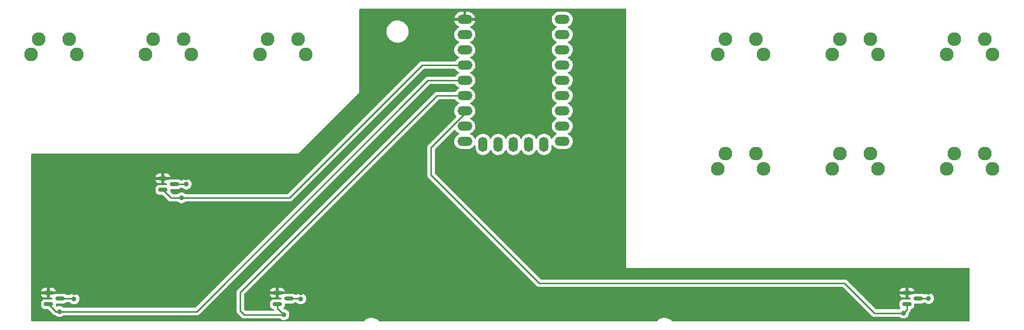
<source format=gbr>
%TF.GenerationSoftware,KiCad,Pcbnew,7.0.9*%
%TF.CreationDate,2024-01-30T16:44:37+01:00*%
%TF.ProjectId,tm-gamepad,746d2d67-616d-4657-9061-642e6b696361,rev?*%
%TF.SameCoordinates,Original*%
%TF.FileFunction,Copper,L1,Top*%
%TF.FilePolarity,Positive*%
%FSLAX46Y46*%
G04 Gerber Fmt 4.6, Leading zero omitted, Abs format (unit mm)*
G04 Created by KiCad (PCBNEW 7.0.9) date 2024-01-30 16:44:37*
%MOMM*%
%LPD*%
G01*
G04 APERTURE LIST*
G04 Aperture macros list*
%AMRoundRect*
0 Rectangle with rounded corners*
0 $1 Rounding radius*
0 $2 $3 $4 $5 $6 $7 $8 $9 X,Y pos of 4 corners*
0 Add a 4 corners polygon primitive as box body*
4,1,4,$2,$3,$4,$5,$6,$7,$8,$9,$2,$3,0*
0 Add four circle primitives for the rounded corners*
1,1,$1+$1,$2,$3*
1,1,$1+$1,$4,$5*
1,1,$1+$1,$6,$7*
1,1,$1+$1,$8,$9*
0 Add four rect primitives between the rounded corners*
20,1,$1+$1,$2,$3,$4,$5,0*
20,1,$1+$1,$4,$5,$6,$7,0*
20,1,$1+$1,$6,$7,$8,$9,0*
20,1,$1+$1,$8,$9,$2,$3,0*%
G04 Aperture macros list end*
%TA.AperFunction,ComponentPad*%
%ADD10O,2.500000X1.500000*%
%TD*%
%TA.AperFunction,ComponentPad*%
%ADD11O,1.500000X2.500000*%
%TD*%
%TA.AperFunction,SMDPad,CuDef*%
%ADD12RoundRect,0.150000X-0.587500X-0.150000X0.587500X-0.150000X0.587500X0.150000X-0.587500X0.150000X0*%
%TD*%
%TA.AperFunction,ComponentPad*%
%ADD13C,2.286000*%
%TD*%
%TA.AperFunction,ViaPad*%
%ADD14C,0.800000*%
%TD*%
%TA.AperFunction,Conductor*%
%ADD15C,0.250000*%
%TD*%
G04 APERTURE END LIST*
D10*
%TO.P,U5,23,5V*%
%TO.N,5V*%
X124334000Y-37063000D03*
%TO.P,U5,22,GND*%
%TO.N,GND*%
X124334000Y-39603000D03*
%TO.P,U5,21,3V3*%
%TO.N,unconnected-(U5-3V3-Pad21)*%
X124334000Y-42143000D03*
%TO.P,U5,20,29*%
%TO.N,Net-(Back_A0-OUT)*%
X124334000Y-44683000D03*
%TO.P,U5,19,28*%
%TO.N,Net-(Back_A1-OUT)*%
X124334000Y-47223000D03*
%TO.P,U5,18,27*%
%TO.N,Net-(Back_A2-OUT)*%
X124334000Y-49763000D03*
%TO.P,U5,17,26*%
%TO.N,Net-(Back_A3-OUT)*%
X124334000Y-52303000D03*
%TO.P,U5,16,15*%
%TO.N,unconnected-(U5-15-Pad16)*%
X124334000Y-54843000D03*
%TO.P,U5,15,14*%
%TO.N,unconnected-(U5-14-Pad15)*%
X124334000Y-57383000D03*
D11*
%TO.P,U5,14,13*%
%TO.N,unconnected-(U5-13-Pad14)*%
X127374000Y-57883000D03*
%TO.P,U5,13,12*%
%TO.N,unconnected-(U5-12-Pad13)*%
X129914000Y-57883000D03*
%TO.P,U5,12,11*%
%TO.N,unconnected-(U5-11-Pad12)*%
X132454000Y-57883000D03*
%TO.P,U5,11,10*%
%TO.N,unconnected-(U5-10-Pad11)*%
X134994000Y-57883000D03*
%TO.P,U5,10,9*%
%TO.N,unconnected-(U5-9-Pad10)*%
X137534000Y-57883000D03*
D10*
%TO.P,U5,9,8*%
%TO.N,Digital8*%
X140574000Y-57383000D03*
%TO.P,U5,8,7*%
%TO.N,Digital7*%
X140574000Y-54843000D03*
%TO.P,U5,7,6*%
%TO.N,Digital6*%
X140574000Y-52303000D03*
%TO.P,U5,6,5*%
%TO.N,Digital5*%
X140574000Y-49763000D03*
%TO.P,U5,5,4*%
%TO.N,Digital4*%
X140574000Y-47223000D03*
%TO.P,U5,4,3*%
%TO.N,Digital3*%
X140574000Y-44683000D03*
%TO.P,U5,3,2*%
%TO.N,Digital2*%
X140574000Y-42143000D03*
%TO.P,U5,2,1*%
%TO.N,Digital1*%
X140574000Y-39603000D03*
%TO.P,U5,1,0*%
%TO.N,Digital0*%
X140574000Y-37063000D03*
%TD*%
D12*
%TO.P,Back_A3,3,GND*%
%TO.N,GND*%
X199812500Y-83545000D03*
%TO.P,Back_A3,2,OUT*%
%TO.N,Net-(Back_A3-OUT)*%
X197937500Y-84495000D03*
%TO.P,Back_A3,1,VCC*%
%TO.N,5V*%
X197937500Y-82595000D03*
%TD*%
D13*
%TO.P,SW4,2,2*%
%TO.N,GND*%
X193160000Y-61955000D03*
%TO.P,SW4,1,1*%
%TO.N,Digital4*%
X186810000Y-59415000D03*
%TO.P,SW4,2,2*%
%TO.N,GND*%
X191890000Y-59415000D03*
%TO.P,SW4,1,1*%
%TO.N,Digital4*%
X185540000Y-61955000D03*
%TD*%
%TO.P,SW8,1,1*%
%TO.N,Digital8*%
X90290000Y-42905000D03*
%TO.P,SW8,2,2*%
%TO.N,GND*%
X96640000Y-40365000D03*
%TO.P,SW8,1,1*%
%TO.N,Digital8*%
X91560000Y-40365000D03*
%TO.P,SW8,2,2*%
%TO.N,GND*%
X97910000Y-42905000D03*
%TD*%
%TO.P,SW7,1,1*%
%TO.N,Digital7*%
X71240000Y-42905000D03*
%TO.P,SW7,2,2*%
%TO.N,GND*%
X77590000Y-40365000D03*
%TO.P,SW7,1,1*%
%TO.N,Digital7*%
X72510000Y-40365000D03*
%TO.P,SW7,2,2*%
%TO.N,GND*%
X78860000Y-42905000D03*
%TD*%
%TO.P,SW6,1,1*%
%TO.N,Digital6*%
X52190000Y-42905000D03*
%TO.P,SW6,2,2*%
%TO.N,GND*%
X58540000Y-40365000D03*
%TO.P,SW6,1,1*%
%TO.N,Digital6*%
X53460000Y-40365000D03*
%TO.P,SW6,2,2*%
%TO.N,GND*%
X59810000Y-42905000D03*
%TD*%
%TO.P,SW5,2,2*%
%TO.N,GND*%
X174110000Y-61955000D03*
%TO.P,SW5,1,1*%
%TO.N,Digital5*%
X167760000Y-59415000D03*
%TO.P,SW5,2,2*%
%TO.N,GND*%
X172840000Y-59415000D03*
%TO.P,SW5,1,1*%
%TO.N,Digital5*%
X166490000Y-61955000D03*
%TD*%
%TO.P,SW3,2,2*%
%TO.N,GND*%
X212210000Y-61955000D03*
%TO.P,SW3,1,1*%
%TO.N,Digital3*%
X205860000Y-59415000D03*
%TO.P,SW3,2,2*%
%TO.N,GND*%
X210940000Y-59415000D03*
%TO.P,SW3,1,1*%
%TO.N,Digital3*%
X204590000Y-61955000D03*
%TD*%
%TO.P,SW2,2,2*%
%TO.N,GND*%
X174110000Y-42905000D03*
%TO.P,SW2,1,1*%
%TO.N,Digital2*%
X167760000Y-40365000D03*
%TO.P,SW2,2,2*%
%TO.N,GND*%
X172840000Y-40365000D03*
%TO.P,SW2,1,1*%
%TO.N,Digital2*%
X166490000Y-42905000D03*
%TD*%
%TO.P,SW1,1,1*%
%TO.N,Digital1*%
X185540000Y-42905000D03*
%TO.P,SW1,2,2*%
%TO.N,GND*%
X191890000Y-40365000D03*
%TO.P,SW1,1,1*%
%TO.N,Digital1*%
X186810000Y-40365000D03*
%TO.P,SW1,2,2*%
%TO.N,GND*%
X193160000Y-42905000D03*
%TD*%
%TO.P,SW0,2,2*%
%TO.N,GND*%
X212210000Y-42905000D03*
%TO.P,SW0,1,1*%
%TO.N,Digital0*%
X205860000Y-40365000D03*
%TO.P,SW0,2,2*%
%TO.N,GND*%
X210940000Y-40365000D03*
%TO.P,SW0,1,1*%
%TO.N,Digital0*%
X204590000Y-42905000D03*
%TD*%
D12*
%TO.P,Back_A0,3,GND*%
%TO.N,GND*%
X75987500Y-64495000D03*
%TO.P,Back_A0,2,OUT*%
%TO.N,Net-(Back_A0-OUT)*%
X74112500Y-65445000D03*
%TO.P,Back_A0,1,VCC*%
%TO.N,5V*%
X74112500Y-63545000D03*
%TD*%
%TO.P,Back_A1,3,GND*%
%TO.N,GND*%
X56937500Y-83545000D03*
%TO.P,Back_A1,2,OUT*%
%TO.N,Net-(Back_A1-OUT)*%
X55062500Y-84495000D03*
%TO.P,Back_A1,1,VCC*%
%TO.N,5V*%
X55062500Y-82595000D03*
%TD*%
%TO.P,Back_A2,1,VCC*%
%TO.N,5V*%
X93162500Y-82595000D03*
%TO.P,Back_A2,2,OUT*%
%TO.N,Net-(Back_A2-OUT)*%
X93162500Y-84495000D03*
%TO.P,Back_A2,3,GND*%
%TO.N,GND*%
X95037500Y-83545000D03*
%TD*%
D14*
%TO.N,5V*%
X59310758Y-82594692D03*
%TO.N,Net-(Back_A1-OUT)*%
X56889000Y-85704000D03*
%TO.N,GND*%
X59302000Y-83594156D03*
%TO.N,5V*%
X77971000Y-63495497D03*
%TO.N,Net-(Back_A0-OUT)*%
X77209000Y-66781000D03*
%TO.N,GND*%
X77971000Y-64495000D03*
X97034261Y-83593448D03*
%TO.N,5V*%
X97020124Y-82594045D03*
%TO.N,Net-(Back_A2-OUT)*%
X94227000Y-86212000D03*
%TO.N,Net-(Back_A3-OUT)*%
X197351000Y-85958000D03*
%TO.N,GND*%
X201542000Y-83545000D03*
%TO.N,5V*%
X201542000Y-82529000D03*
X201542000Y-82529000D03*
X201542000Y-82529000D03*
X201542000Y-82529000D03*
X201542000Y-82529000D03*
%TD*%
D15*
%TO.N,Net-(Back_A3-OUT)*%
X124834000Y-52303000D02*
X118738000Y-58399000D01*
X136772000Y-81005000D02*
X187572000Y-81005000D01*
X118738000Y-58399000D02*
X118738000Y-62971000D01*
X118738000Y-62971000D02*
X136772000Y-81005000D01*
X187572000Y-81005000D02*
X192525000Y-85958000D01*
X192525000Y-85958000D02*
X197351000Y-85958000D01*
%TO.N,Net-(Back_A2-OUT)*%
X94227000Y-86212000D02*
X87623000Y-86212000D01*
X87623000Y-86212000D02*
X86988000Y-85577000D01*
X86988000Y-85577000D02*
X86988000Y-82529000D01*
X119754000Y-49763000D02*
X124834000Y-49763000D01*
X86988000Y-82529000D02*
X119754000Y-49763000D01*
%TO.N,Net-(Back_A1-OUT)*%
X56889000Y-85704000D02*
X79749000Y-85704000D01*
X79749000Y-85704000D02*
X118230000Y-47223000D01*
X118230000Y-47223000D02*
X124834000Y-47223000D01*
%TO.N,Net-(Back_A0-OUT)*%
X77209000Y-66781000D02*
X95135720Y-66781000D01*
X95135720Y-66781000D02*
X117233720Y-44683000D01*
X117233720Y-44683000D02*
X124834000Y-44683000D01*
%TO.N,Net-(Back_A3-OUT)*%
X197937500Y-85371500D02*
X197937500Y-84495000D01*
X197351000Y-85958000D02*
X197937500Y-85371500D01*
%TO.N,GND*%
X201542000Y-83545000D02*
X199812500Y-83545000D01*
%TO.N,Net-(Back_A1-OUT)*%
X56271500Y-85704000D02*
X55062500Y-84495000D01*
X56889000Y-85704000D02*
X56271500Y-85704000D01*
%TO.N,Net-(Back_A0-OUT)*%
X77209000Y-66781000D02*
X75448500Y-66781000D01*
X75448500Y-66781000D02*
X74112500Y-65445000D01*
%TO.N,Net-(Back_A2-OUT)*%
X93162500Y-84495000D02*
X93162500Y-85147500D01*
X93162500Y-85147500D02*
X94227000Y-86212000D01*
%TO.N,GND*%
X75987500Y-64495000D02*
X77971000Y-64495000D01*
X59302000Y-83594156D02*
X59252844Y-83545000D01*
X59252844Y-83545000D02*
X56937500Y-83545000D01*
X97034261Y-83593448D02*
X96985813Y-83545000D01*
X96985813Y-83545000D02*
X95037500Y-83545000D01*
X124580000Y-39388223D02*
X124580000Y-39535000D01*
%TO.N,unconnected-(U5-15-Pad16)*%
X123886000Y-54775000D02*
X124580000Y-54775000D01*
%TD*%
%TA.AperFunction,Conductor*%
%TO.N,5V*%
G36*
X151193039Y-35304685D02*
G01*
X151238794Y-35357489D01*
X151250000Y-35409000D01*
X151250000Y-78465000D01*
X208276000Y-78465000D01*
X208343039Y-78484685D01*
X208388794Y-78537489D01*
X208400000Y-78589000D01*
X208400000Y-87231000D01*
X208380315Y-87298039D01*
X208327511Y-87343794D01*
X208276000Y-87355000D01*
X159003059Y-87355000D01*
X158936020Y-87335315D01*
X158920312Y-87323352D01*
X158734002Y-87156418D01*
X158508092Y-87006957D01*
X158485034Y-86996148D01*
X158262824Y-86891980D01*
X158262819Y-86891978D01*
X158262814Y-86891976D01*
X158003442Y-86813942D01*
X158003428Y-86813939D01*
X157887791Y-86796921D01*
X157735439Y-86774500D01*
X157532369Y-86774500D01*
X157532364Y-86774500D01*
X157329844Y-86789323D01*
X157329831Y-86789325D01*
X157065453Y-86848217D01*
X157065446Y-86848220D01*
X156812439Y-86944987D01*
X156576226Y-87077557D01*
X156361822Y-87243112D01*
X156361815Y-87243119D01*
X156290523Y-87317065D01*
X156229822Y-87351664D01*
X156201255Y-87355000D01*
X110235059Y-87355000D01*
X110168020Y-87335315D01*
X110152312Y-87323352D01*
X109966002Y-87156418D01*
X109740092Y-87006957D01*
X109717034Y-86996148D01*
X109494824Y-86891980D01*
X109494819Y-86891978D01*
X109494814Y-86891976D01*
X109235442Y-86813942D01*
X109235428Y-86813939D01*
X109119791Y-86796921D01*
X108967439Y-86774500D01*
X108764369Y-86774500D01*
X108764364Y-86774500D01*
X108561844Y-86789323D01*
X108561831Y-86789325D01*
X108297453Y-86848217D01*
X108297446Y-86848220D01*
X108044439Y-86944987D01*
X107808226Y-87077557D01*
X107593822Y-87243112D01*
X107593815Y-87243119D01*
X107522523Y-87317065D01*
X107461822Y-87351664D01*
X107433255Y-87355000D01*
X94360552Y-87355000D01*
X94293513Y-87335315D01*
X94247758Y-87282511D01*
X94237814Y-87213353D01*
X94266839Y-87149797D01*
X94325617Y-87112023D01*
X94334765Y-87109711D01*
X94506803Y-87073144D01*
X94679730Y-86996151D01*
X94832871Y-86884888D01*
X94959533Y-86744216D01*
X95054179Y-86580284D01*
X95112674Y-86400256D01*
X95132460Y-86212000D01*
X95112674Y-86023744D01*
X95054179Y-85843716D01*
X94959533Y-85679784D01*
X94832871Y-85539112D01*
X94825725Y-85533920D01*
X94679734Y-85427851D01*
X94679729Y-85427848D01*
X94506807Y-85350857D01*
X94506802Y-85350855D01*
X94351798Y-85317909D01*
X94321646Y-85311500D01*
X94321645Y-85311500D01*
X94302809Y-85311500D01*
X94235770Y-85291815D01*
X94190015Y-85239011D01*
X94180071Y-85169853D01*
X94209096Y-85106297D01*
X94215128Y-85099819D01*
X94268076Y-85046870D01*
X94268081Y-85046865D01*
X94351744Y-84905398D01*
X94397598Y-84747569D01*
X94400500Y-84710694D01*
X94400500Y-84469500D01*
X94420185Y-84402461D01*
X94472989Y-84356706D01*
X94524500Y-84345500D01*
X95690696Y-84345500D01*
X95709131Y-84344049D01*
X95727569Y-84342598D01*
X95727571Y-84342597D01*
X95727573Y-84342597D01*
X95773864Y-84329148D01*
X95885398Y-84296744D01*
X96026865Y-84213081D01*
X96028418Y-84211528D01*
X96033128Y-84206819D01*
X96094451Y-84173334D01*
X96120809Y-84170500D01*
X96286890Y-84170500D01*
X96353929Y-84190185D01*
X96379040Y-84211528D01*
X96428384Y-84266331D01*
X96428391Y-84266337D01*
X96581526Y-84377596D01*
X96581531Y-84377599D01*
X96754453Y-84454590D01*
X96754458Y-84454592D01*
X96939615Y-84493948D01*
X96939616Y-84493948D01*
X97128905Y-84493948D01*
X97128907Y-84493948D01*
X97314064Y-84454592D01*
X97486991Y-84377599D01*
X97640132Y-84266336D01*
X97766794Y-84125664D01*
X97861440Y-83961732D01*
X97919935Y-83781704D01*
X97939721Y-83593448D01*
X97919935Y-83405192D01*
X97861440Y-83225164D01*
X97766794Y-83061232D01*
X97640132Y-82920560D01*
X97611579Y-82899815D01*
X97486995Y-82809299D01*
X97486990Y-82809296D01*
X97314068Y-82732305D01*
X97314063Y-82732303D01*
X97168262Y-82701313D01*
X97128907Y-82692948D01*
X96939615Y-82692948D01*
X96907158Y-82699846D01*
X96754458Y-82732303D01*
X96754453Y-82732305D01*
X96581531Y-82809296D01*
X96581526Y-82809299D01*
X96462444Y-82895818D01*
X96396638Y-82919298D01*
X96389559Y-82919500D01*
X96120809Y-82919500D01*
X96053770Y-82899815D01*
X96033128Y-82883181D01*
X96026870Y-82876923D01*
X96026862Y-82876917D01*
X95943694Y-82827732D01*
X95885398Y-82793256D01*
X95885397Y-82793255D01*
X95885396Y-82793255D01*
X95885393Y-82793254D01*
X95727573Y-82747402D01*
X95727567Y-82747401D01*
X95690696Y-82744500D01*
X95690694Y-82744500D01*
X94384306Y-82744500D01*
X94384304Y-82744500D01*
X94347432Y-82747401D01*
X94347426Y-82747402D01*
X94189606Y-82793254D01*
X94189603Y-82793255D01*
X94131306Y-82827732D01*
X94068185Y-82845000D01*
X93412500Y-82845000D01*
X93412500Y-83395000D01*
X93675500Y-83395000D01*
X93742539Y-83414685D01*
X93788294Y-83467489D01*
X93799500Y-83519000D01*
X93799500Y-83570500D01*
X93779815Y-83637539D01*
X93727011Y-83683294D01*
X93675500Y-83694500D01*
X92509304Y-83694500D01*
X92472432Y-83697401D01*
X92472426Y-83697402D01*
X92314606Y-83743254D01*
X92314603Y-83743255D01*
X92173137Y-83826917D01*
X92173129Y-83826923D01*
X92056923Y-83943129D01*
X92056917Y-83943137D01*
X91973255Y-84084603D01*
X91973254Y-84084606D01*
X91927402Y-84242426D01*
X91927401Y-84242432D01*
X91924500Y-84279304D01*
X91924500Y-84710696D01*
X91927401Y-84747567D01*
X91927402Y-84747573D01*
X91973254Y-84905393D01*
X91973255Y-84905396D01*
X91973256Y-84905398D01*
X91997811Y-84946919D01*
X92056917Y-85046862D01*
X92056923Y-85046870D01*
X92173129Y-85163076D01*
X92173133Y-85163079D01*
X92173135Y-85163081D01*
X92314602Y-85246744D01*
X92356224Y-85258836D01*
X92472426Y-85292597D01*
X92478667Y-85293737D01*
X92478316Y-85295658D01*
X92535014Y-85317254D01*
X92576496Y-85373477D01*
X92579093Y-85381408D01*
X92583882Y-85397891D01*
X92584764Y-85399383D01*
X92585099Y-85400703D01*
X92586979Y-85405048D01*
X92586278Y-85405351D01*
X92601944Y-85467108D01*
X92579782Y-85533369D01*
X92525315Y-85577131D01*
X92478030Y-85586500D01*
X87933452Y-85586500D01*
X87866413Y-85566815D01*
X87845771Y-85550181D01*
X87649819Y-85354228D01*
X87616334Y-85292905D01*
X87613500Y-85266547D01*
X87613500Y-82845001D01*
X91927704Y-82845001D01*
X91927899Y-82847486D01*
X91973718Y-83005198D01*
X92057314Y-83146552D01*
X92057321Y-83146561D01*
X92173438Y-83262678D01*
X92173447Y-83262685D01*
X92314803Y-83346282D01*
X92314806Y-83346283D01*
X92472504Y-83392099D01*
X92472510Y-83392100D01*
X92509356Y-83395000D01*
X92912500Y-83395000D01*
X92912500Y-82845000D01*
X91927705Y-82845000D01*
X91927704Y-82845001D01*
X87613500Y-82845001D01*
X87613500Y-82839452D01*
X87633185Y-82772413D01*
X87649819Y-82751771D01*
X88056592Y-82344998D01*
X91927704Y-82344998D01*
X91927705Y-82345000D01*
X92912500Y-82345000D01*
X92912500Y-81795000D01*
X93412500Y-81795000D01*
X93412500Y-82345000D01*
X94397295Y-82345000D01*
X94397295Y-82344998D01*
X94397100Y-82342513D01*
X94351281Y-82184801D01*
X94267685Y-82043447D01*
X94267678Y-82043438D01*
X94151561Y-81927321D01*
X94151552Y-81927314D01*
X94010196Y-81843717D01*
X94010193Y-81843716D01*
X93852495Y-81797900D01*
X93852489Y-81797899D01*
X93815644Y-81795000D01*
X93412500Y-81795000D01*
X92912500Y-81795000D01*
X92509356Y-81795000D01*
X92472510Y-81797899D01*
X92472504Y-81797900D01*
X92314806Y-81843716D01*
X92314803Y-81843717D01*
X92173447Y-81927314D01*
X92173438Y-81927321D01*
X92057321Y-82043438D01*
X92057314Y-82043447D01*
X91973718Y-82184801D01*
X91927899Y-82342513D01*
X91927704Y-82344998D01*
X88056592Y-82344998D01*
X119976771Y-50424819D01*
X120038094Y-50391334D01*
X120064452Y-50388500D01*
X122676448Y-50388500D01*
X122743487Y-50408185D01*
X122782542Y-50450390D01*
X122783081Y-50450035D01*
X122785237Y-50453301D01*
X122785640Y-50453737D01*
X122786147Y-50454680D01*
X122926489Y-50630663D01*
X122926491Y-50630664D01*
X122926492Y-50630666D01*
X123096004Y-50778765D01*
X123289236Y-50894215D01*
X123348102Y-50916307D01*
X123403949Y-50958292D01*
X123428232Y-51023806D01*
X123413241Y-51092049D01*
X123363735Y-51141353D01*
X123358331Y-51144120D01*
X123190033Y-51225167D01*
X123190025Y-51225171D01*
X123007927Y-51357473D01*
X123007925Y-51357474D01*
X122852366Y-51520176D01*
X122728363Y-51708033D01*
X122639899Y-51915004D01*
X122639895Y-51915017D01*
X122589810Y-52134457D01*
X122589808Y-52134468D01*
X122584769Y-52246674D01*
X122579710Y-52359330D01*
X122609925Y-52582387D01*
X122609926Y-52582390D01*
X122679483Y-52796465D01*
X122786146Y-52994678D01*
X122786148Y-52994681D01*
X122926280Y-53170400D01*
X122952688Y-53235087D01*
X122939933Y-53303782D01*
X122917014Y-53335394D01*
X118354208Y-57898199D01*
X118341951Y-57908020D01*
X118342134Y-57908241D01*
X118336123Y-57913213D01*
X118288772Y-57963636D01*
X118267889Y-57984519D01*
X118267877Y-57984532D01*
X118263621Y-57990017D01*
X118259837Y-57994447D01*
X118227937Y-58028418D01*
X118227936Y-58028420D01*
X118218284Y-58045976D01*
X118207610Y-58062226D01*
X118195329Y-58078061D01*
X118195324Y-58078068D01*
X118176815Y-58120838D01*
X118174245Y-58126084D01*
X118151803Y-58166906D01*
X118146822Y-58186307D01*
X118140521Y-58204710D01*
X118132562Y-58223102D01*
X118132561Y-58223105D01*
X118125271Y-58269127D01*
X118124087Y-58274846D01*
X118112501Y-58319972D01*
X118112500Y-58319982D01*
X118112500Y-58340016D01*
X118110973Y-58359415D01*
X118107840Y-58379194D01*
X118107840Y-58379195D01*
X118112225Y-58425583D01*
X118112500Y-58431421D01*
X118112500Y-62888255D01*
X118110775Y-62903872D01*
X118111061Y-62903899D01*
X118110326Y-62911665D01*
X118112500Y-62980814D01*
X118112500Y-63010343D01*
X118112501Y-63010360D01*
X118113368Y-63017231D01*
X118113826Y-63023050D01*
X118115290Y-63069624D01*
X118115291Y-63069627D01*
X118120880Y-63088867D01*
X118124824Y-63107911D01*
X118126443Y-63120724D01*
X118127336Y-63127791D01*
X118144490Y-63171119D01*
X118146382Y-63176647D01*
X118159381Y-63221388D01*
X118169580Y-63238634D01*
X118178136Y-63256100D01*
X118185514Y-63274732D01*
X118200239Y-63295000D01*
X118212898Y-63312423D01*
X118216106Y-63317307D01*
X118239827Y-63357416D01*
X118239833Y-63357424D01*
X118253990Y-63371580D01*
X118266628Y-63386376D01*
X118271876Y-63393600D01*
X118278406Y-63402587D01*
X118292163Y-63413968D01*
X118314309Y-63432288D01*
X118318620Y-63436210D01*
X122850392Y-67967982D01*
X136271197Y-81388788D01*
X136281022Y-81401051D01*
X136281243Y-81400869D01*
X136286214Y-81406878D01*
X136312217Y-81431295D01*
X136336635Y-81454226D01*
X136357529Y-81475120D01*
X136363011Y-81479373D01*
X136367443Y-81483157D01*
X136401418Y-81515062D01*
X136418976Y-81524714D01*
X136435235Y-81535395D01*
X136451064Y-81547673D01*
X136493838Y-81566182D01*
X136499056Y-81568738D01*
X136539908Y-81591197D01*
X136559316Y-81596180D01*
X136577717Y-81602480D01*
X136596104Y-81610437D01*
X136639488Y-81617308D01*
X136642119Y-81617725D01*
X136647839Y-81618909D01*
X136692981Y-81630500D01*
X136713016Y-81630500D01*
X136732414Y-81632026D01*
X136752194Y-81635159D01*
X136752195Y-81635160D01*
X136752195Y-81635159D01*
X136752196Y-81635160D01*
X136798584Y-81630775D01*
X136804422Y-81630500D01*
X187261548Y-81630500D01*
X187328587Y-81650185D01*
X187349229Y-81666819D01*
X192024194Y-86341784D01*
X192034019Y-86354048D01*
X192034240Y-86353866D01*
X192039210Y-86359873D01*
X192039213Y-86359876D01*
X192039214Y-86359877D01*
X192089651Y-86407241D01*
X192110530Y-86428120D01*
X192116004Y-86432366D01*
X192120442Y-86436156D01*
X192154418Y-86468062D01*
X192154422Y-86468064D01*
X192171973Y-86477713D01*
X192188231Y-86488392D01*
X192204064Y-86500674D01*
X192226015Y-86510172D01*
X192246837Y-86519183D01*
X192252081Y-86521752D01*
X192292908Y-86544197D01*
X192312312Y-86549179D01*
X192330710Y-86555478D01*
X192349105Y-86563438D01*
X192395129Y-86570726D01*
X192400832Y-86571907D01*
X192445981Y-86583500D01*
X192466016Y-86583500D01*
X192485413Y-86585026D01*
X192505196Y-86588160D01*
X192551584Y-86583775D01*
X192557422Y-86583500D01*
X196647252Y-86583500D01*
X196714291Y-86603185D01*
X196739400Y-86624526D01*
X196745126Y-86630885D01*
X196745130Y-86630889D01*
X196898265Y-86742148D01*
X196898270Y-86742151D01*
X197071192Y-86819142D01*
X197071197Y-86819144D01*
X197256354Y-86858500D01*
X197256355Y-86858500D01*
X197445644Y-86858500D01*
X197445646Y-86858500D01*
X197630803Y-86819144D01*
X197803730Y-86742151D01*
X197956871Y-86630888D01*
X198083533Y-86490216D01*
X198178179Y-86326284D01*
X198236674Y-86146256D01*
X198254321Y-85978344D01*
X198280904Y-85913734D01*
X198289951Y-85903638D01*
X198321288Y-85872301D01*
X198333542Y-85862486D01*
X198333359Y-85862264D01*
X198339366Y-85857292D01*
X198339377Y-85857286D01*
X198370275Y-85824382D01*
X198386727Y-85806864D01*
X198397171Y-85796418D01*
X198407620Y-85785971D01*
X198411879Y-85780478D01*
X198415652Y-85776061D01*
X198447562Y-85742082D01*
X198457213Y-85724524D01*
X198467896Y-85708261D01*
X198480173Y-85692436D01*
X198498685Y-85649653D01*
X198501238Y-85644441D01*
X198523697Y-85603592D01*
X198528680Y-85584180D01*
X198534981Y-85565780D01*
X198542937Y-85547396D01*
X198550229Y-85501352D01*
X198551406Y-85495671D01*
X198563000Y-85450519D01*
X198563000Y-85430483D01*
X198564527Y-85411084D01*
X198568848Y-85383804D01*
X198598778Y-85320669D01*
X198656726Y-85284127D01*
X198785398Y-85246744D01*
X198926865Y-85163081D01*
X199043081Y-85046865D01*
X199126744Y-84905398D01*
X199172598Y-84747569D01*
X199175500Y-84710694D01*
X199175500Y-84469500D01*
X199195185Y-84402461D01*
X199247989Y-84356706D01*
X199299500Y-84345500D01*
X200465696Y-84345500D01*
X200484131Y-84344049D01*
X200502569Y-84342598D01*
X200502571Y-84342597D01*
X200502573Y-84342597D01*
X200548864Y-84329148D01*
X200660398Y-84296744D01*
X200793737Y-84217888D01*
X200802124Y-84212928D01*
X200869848Y-84195745D01*
X200936111Y-84217905D01*
X200938130Y-84219342D01*
X201089265Y-84329148D01*
X201089270Y-84329151D01*
X201262192Y-84406142D01*
X201262197Y-84406144D01*
X201447354Y-84445500D01*
X201447355Y-84445500D01*
X201636644Y-84445500D01*
X201636646Y-84445500D01*
X201821803Y-84406144D01*
X201994730Y-84329151D01*
X202147871Y-84217888D01*
X202274533Y-84077216D01*
X202369179Y-83913284D01*
X202427674Y-83733256D01*
X202447460Y-83545000D01*
X202427674Y-83356744D01*
X202369179Y-83176716D01*
X202274533Y-83012784D01*
X202147871Y-82872112D01*
X202147870Y-82872111D01*
X201994734Y-82760851D01*
X201994729Y-82760848D01*
X201821807Y-82683857D01*
X201821802Y-82683855D01*
X201676001Y-82652865D01*
X201636646Y-82644500D01*
X201447354Y-82644500D01*
X201414897Y-82651398D01*
X201262197Y-82683855D01*
X201262192Y-82683857D01*
X201089270Y-82760848D01*
X201089265Y-82760851D01*
X200938130Y-82870657D01*
X200872323Y-82894137D01*
X200804270Y-82878311D01*
X200802125Y-82877072D01*
X200718694Y-82827732D01*
X200660398Y-82793256D01*
X200660394Y-82793255D01*
X200660393Y-82793254D01*
X200502573Y-82747402D01*
X200502567Y-82747401D01*
X200465696Y-82744500D01*
X200465694Y-82744500D01*
X199159306Y-82744500D01*
X199159304Y-82744500D01*
X199122432Y-82747401D01*
X199122426Y-82747402D01*
X198964606Y-82793254D01*
X198964603Y-82793255D01*
X198906306Y-82827732D01*
X198843185Y-82845000D01*
X198187500Y-82845000D01*
X198187500Y-83395000D01*
X198450500Y-83395000D01*
X198517539Y-83414685D01*
X198563294Y-83467489D01*
X198574500Y-83519000D01*
X198574500Y-83570500D01*
X198554815Y-83637539D01*
X198502011Y-83683294D01*
X198450500Y-83694500D01*
X197284304Y-83694500D01*
X197247432Y-83697401D01*
X197247426Y-83697402D01*
X197089606Y-83743254D01*
X197089603Y-83743255D01*
X196948137Y-83826917D01*
X196948129Y-83826923D01*
X196831923Y-83943129D01*
X196831917Y-83943137D01*
X196748255Y-84084603D01*
X196748254Y-84084606D01*
X196702402Y-84242426D01*
X196702401Y-84242432D01*
X196699500Y-84279304D01*
X196699500Y-84710696D01*
X196702401Y-84747567D01*
X196702402Y-84747573D01*
X196748254Y-84905393D01*
X196748255Y-84905396D01*
X196748256Y-84905398D01*
X196772811Y-84946919D01*
X196831917Y-85046862D01*
X196836702Y-85053031D01*
X196835326Y-85054097D01*
X196864211Y-85106996D01*
X196859227Y-85176688D01*
X196817355Y-85232621D01*
X196815930Y-85233672D01*
X196745130Y-85285110D01*
X196745126Y-85285114D01*
X196739400Y-85291474D01*
X196679913Y-85328121D01*
X196647252Y-85332500D01*
X192835452Y-85332500D01*
X192768413Y-85312815D01*
X192747771Y-85296181D01*
X190296592Y-82845001D01*
X196702704Y-82845001D01*
X196702899Y-82847486D01*
X196748718Y-83005198D01*
X196832314Y-83146552D01*
X196832321Y-83146561D01*
X196948438Y-83262678D01*
X196948447Y-83262685D01*
X197089803Y-83346282D01*
X197089806Y-83346283D01*
X197247504Y-83392099D01*
X197247510Y-83392100D01*
X197284356Y-83395000D01*
X197687500Y-83395000D01*
X197687500Y-82845000D01*
X196702705Y-82845000D01*
X196702704Y-82845001D01*
X190296592Y-82845001D01*
X189796589Y-82344998D01*
X196702704Y-82344998D01*
X196702705Y-82345000D01*
X197687500Y-82345000D01*
X197687500Y-81795000D01*
X198187500Y-81795000D01*
X198187500Y-82345000D01*
X199172295Y-82345000D01*
X199172295Y-82344998D01*
X199172100Y-82342513D01*
X199126281Y-82184801D01*
X199042685Y-82043447D01*
X199042678Y-82043438D01*
X198926561Y-81927321D01*
X198926552Y-81927314D01*
X198785196Y-81843717D01*
X198785193Y-81843716D01*
X198627495Y-81797900D01*
X198627489Y-81797899D01*
X198590644Y-81795000D01*
X198187500Y-81795000D01*
X197687500Y-81795000D01*
X197284356Y-81795000D01*
X197247510Y-81797899D01*
X197247504Y-81797900D01*
X197089806Y-81843716D01*
X197089803Y-81843717D01*
X196948447Y-81927314D01*
X196948438Y-81927321D01*
X196832321Y-82043438D01*
X196832314Y-82043447D01*
X196748718Y-82184801D01*
X196702899Y-82342513D01*
X196702704Y-82344998D01*
X189796589Y-82344998D01*
X188072803Y-80621212D01*
X188062980Y-80608950D01*
X188062759Y-80609134D01*
X188057786Y-80603123D01*
X188007364Y-80555773D01*
X187996919Y-80545328D01*
X187986475Y-80534883D01*
X187980986Y-80530625D01*
X187976561Y-80526847D01*
X187942582Y-80494938D01*
X187942580Y-80494936D01*
X187942577Y-80494935D01*
X187925029Y-80485288D01*
X187908763Y-80474604D01*
X187892933Y-80462325D01*
X187850168Y-80443818D01*
X187844922Y-80441248D01*
X187804093Y-80418803D01*
X187804092Y-80418802D01*
X187784693Y-80413822D01*
X187766281Y-80407518D01*
X187747898Y-80399562D01*
X187747892Y-80399560D01*
X187701874Y-80392272D01*
X187696152Y-80391087D01*
X187651021Y-80379500D01*
X187651019Y-80379500D01*
X187630984Y-80379500D01*
X187611586Y-80377973D01*
X187604162Y-80376797D01*
X187591805Y-80374840D01*
X187591804Y-80374840D01*
X187545416Y-80379225D01*
X187539578Y-80379500D01*
X137082453Y-80379500D01*
X137015414Y-80359815D01*
X136994772Y-80343181D01*
X119399819Y-62748228D01*
X119366334Y-62686905D01*
X119363500Y-62660547D01*
X119363500Y-58709452D01*
X119383185Y-58642413D01*
X119399819Y-58621771D01*
X120972614Y-57048976D01*
X122563580Y-55458009D01*
X122624901Y-55424526D01*
X122694593Y-55429510D01*
X122750526Y-55471382D01*
X122760453Y-55486932D01*
X122786146Y-55534678D01*
X122786148Y-55534681D01*
X122926489Y-55710663D01*
X122926491Y-55710664D01*
X122926492Y-55710666D01*
X123096004Y-55858765D01*
X123289236Y-55974215D01*
X123348102Y-55996307D01*
X123403949Y-56038292D01*
X123428232Y-56103806D01*
X123413241Y-56172049D01*
X123363735Y-56221353D01*
X123358331Y-56224120D01*
X123190033Y-56305167D01*
X123190025Y-56305171D01*
X123007927Y-56437473D01*
X123007925Y-56437474D01*
X122852366Y-56600176D01*
X122728363Y-56788033D01*
X122639899Y-56995004D01*
X122639895Y-56995017D01*
X122589810Y-57214457D01*
X122589808Y-57214468D01*
X122579710Y-57439325D01*
X122579710Y-57439330D01*
X122609925Y-57662387D01*
X122609926Y-57662390D01*
X122679483Y-57876465D01*
X122786146Y-58074678D01*
X122786148Y-58074681D01*
X122926489Y-58250663D01*
X122926491Y-58250664D01*
X122926492Y-58250666D01*
X123096004Y-58398765D01*
X123289236Y-58514215D01*
X123499976Y-58593307D01*
X123721450Y-58633500D01*
X123721453Y-58633500D01*
X124890148Y-58633500D01*
X124890155Y-58633500D01*
X125058188Y-58618377D01*
X125058192Y-58618376D01*
X125275160Y-58558496D01*
X125275162Y-58558495D01*
X125275170Y-58558493D01*
X125477973Y-58460829D01*
X125660078Y-58328522D01*
X125815632Y-58165825D01*
X125871447Y-58081269D01*
X125896013Y-58044053D01*
X125949373Y-57998948D01*
X126018648Y-57989851D01*
X126081844Y-58019652D01*
X126118896Y-58078888D01*
X126123500Y-58112364D01*
X126123500Y-58439151D01*
X126138622Y-58607186D01*
X126138623Y-58607192D01*
X126198503Y-58824160D01*
X126198508Y-58824173D01*
X126296167Y-59026966D01*
X126296171Y-59026974D01*
X126428473Y-59209072D01*
X126428474Y-59209074D01*
X126591176Y-59364633D01*
X126779033Y-59488636D01*
X126986004Y-59577100D01*
X126986007Y-59577101D01*
X126986012Y-59577103D01*
X127205463Y-59627191D01*
X127430330Y-59637290D01*
X127653387Y-59607075D01*
X127867464Y-59537517D01*
X128065681Y-59430852D01*
X128241666Y-59290508D01*
X128389765Y-59120996D01*
X128505215Y-58927764D01*
X128527307Y-58868897D01*
X128569292Y-58813051D01*
X128634806Y-58788767D01*
X128703048Y-58803758D01*
X128752353Y-58853264D01*
X128755120Y-58858668D01*
X128836167Y-59026966D01*
X128836171Y-59026974D01*
X128968473Y-59209072D01*
X128968474Y-59209074D01*
X129131176Y-59364633D01*
X129319033Y-59488636D01*
X129526004Y-59577100D01*
X129526007Y-59577101D01*
X129526012Y-59577103D01*
X129745463Y-59627191D01*
X129970330Y-59637290D01*
X130193387Y-59607075D01*
X130407464Y-59537517D01*
X130605681Y-59430852D01*
X130781666Y-59290508D01*
X130929765Y-59120996D01*
X131045215Y-58927764D01*
X131067307Y-58868897D01*
X131109292Y-58813051D01*
X131174806Y-58788767D01*
X131243048Y-58803758D01*
X131292353Y-58853264D01*
X131295120Y-58858668D01*
X131376167Y-59026966D01*
X131376171Y-59026974D01*
X131508473Y-59209072D01*
X131508474Y-59209074D01*
X131671176Y-59364633D01*
X131859033Y-59488636D01*
X132066004Y-59577100D01*
X132066007Y-59577101D01*
X132066012Y-59577103D01*
X132285463Y-59627191D01*
X132510330Y-59637290D01*
X132733387Y-59607075D01*
X132947464Y-59537517D01*
X133145681Y-59430852D01*
X133321666Y-59290508D01*
X133469765Y-59120996D01*
X133585215Y-58927764D01*
X133607307Y-58868897D01*
X133649292Y-58813051D01*
X133714806Y-58788767D01*
X133783048Y-58803758D01*
X133832353Y-58853264D01*
X133835120Y-58858668D01*
X133916167Y-59026966D01*
X133916171Y-59026974D01*
X134048473Y-59209072D01*
X134048474Y-59209074D01*
X134211176Y-59364633D01*
X134399033Y-59488636D01*
X134606004Y-59577100D01*
X134606007Y-59577101D01*
X134606012Y-59577103D01*
X134825463Y-59627191D01*
X135050330Y-59637290D01*
X135273387Y-59607075D01*
X135487464Y-59537517D01*
X135685681Y-59430852D01*
X135861666Y-59290508D01*
X136009765Y-59120996D01*
X136125215Y-58927764D01*
X136147307Y-58868897D01*
X136189292Y-58813051D01*
X136254806Y-58788767D01*
X136323048Y-58803758D01*
X136372353Y-58853264D01*
X136375120Y-58858668D01*
X136456167Y-59026966D01*
X136456171Y-59026974D01*
X136588473Y-59209072D01*
X136588474Y-59209074D01*
X136751176Y-59364633D01*
X136939033Y-59488636D01*
X137146004Y-59577100D01*
X137146007Y-59577101D01*
X137146012Y-59577103D01*
X137365463Y-59627191D01*
X137590330Y-59637290D01*
X137813387Y-59607075D01*
X138027464Y-59537517D01*
X138225681Y-59430852D01*
X138401666Y-59290508D01*
X138549765Y-59120996D01*
X138665215Y-58927764D01*
X138744307Y-58717024D01*
X138773077Y-58558491D01*
X138784500Y-58495549D01*
X138784500Y-58117730D01*
X138804185Y-58050691D01*
X138856989Y-58004936D01*
X138926147Y-57994992D01*
X138989703Y-58024017D01*
X139017695Y-58058972D01*
X139026146Y-58074678D01*
X139026148Y-58074681D01*
X139166489Y-58250663D01*
X139166491Y-58250664D01*
X139166492Y-58250666D01*
X139336004Y-58398765D01*
X139529236Y-58514215D01*
X139739976Y-58593307D01*
X139961450Y-58633500D01*
X139961453Y-58633500D01*
X141130148Y-58633500D01*
X141130155Y-58633500D01*
X141298188Y-58618377D01*
X141298192Y-58618376D01*
X141515160Y-58558496D01*
X141515162Y-58558495D01*
X141515170Y-58558493D01*
X141717973Y-58460829D01*
X141900078Y-58328522D01*
X142055632Y-58165825D01*
X142179635Y-57977968D01*
X142268103Y-57770988D01*
X142318191Y-57551537D01*
X142328290Y-57326670D01*
X142298075Y-57103613D01*
X142228517Y-56889536D01*
X142121852Y-56691319D01*
X142049167Y-56600175D01*
X141981510Y-56515336D01*
X141935905Y-56475492D01*
X141811996Y-56367235D01*
X141618767Y-56251787D01*
X141618768Y-56251787D01*
X141618766Y-56251786D01*
X141618764Y-56251785D01*
X141559896Y-56229691D01*
X141504050Y-56187706D01*
X141479767Y-56122191D01*
X141494759Y-56053949D01*
X141544265Y-56004645D01*
X141549610Y-56001907D01*
X141717973Y-55920829D01*
X141900078Y-55788522D01*
X142055632Y-55625825D01*
X142179635Y-55437968D01*
X142185381Y-55424526D01*
X142268100Y-55230995D01*
X142268099Y-55230995D01*
X142268103Y-55230988D01*
X142318191Y-55011537D01*
X142328290Y-54786670D01*
X142298075Y-54563613D01*
X142228517Y-54349536D01*
X142121852Y-54151319D01*
X141981508Y-53975334D01*
X141811996Y-53827235D01*
X141618767Y-53711787D01*
X141618768Y-53711787D01*
X141618766Y-53711786D01*
X141618764Y-53711785D01*
X141559896Y-53689691D01*
X141504050Y-53647706D01*
X141479767Y-53582191D01*
X141494759Y-53513949D01*
X141544265Y-53464645D01*
X141549610Y-53461907D01*
X141717973Y-53380829D01*
X141900078Y-53248522D01*
X142055632Y-53085825D01*
X142179635Y-52897968D01*
X142268103Y-52690988D01*
X142318191Y-52471537D01*
X142328290Y-52246670D01*
X142298075Y-52023613D01*
X142228517Y-51809536D01*
X142121852Y-51611319D01*
X141981508Y-51435334D01*
X141811996Y-51287235D01*
X141618767Y-51171787D01*
X141618768Y-51171787D01*
X141618766Y-51171786D01*
X141618764Y-51171785D01*
X141559896Y-51149691D01*
X141504050Y-51107706D01*
X141479767Y-51042191D01*
X141494759Y-50973949D01*
X141544265Y-50924645D01*
X141549610Y-50921907D01*
X141717973Y-50840829D01*
X141900078Y-50708522D01*
X142055632Y-50545825D01*
X142179635Y-50357968D01*
X142268103Y-50150988D01*
X142318191Y-49931537D01*
X142328290Y-49706670D01*
X142298075Y-49483613D01*
X142228517Y-49269536D01*
X142121852Y-49071319D01*
X141981508Y-48895334D01*
X141811996Y-48747235D01*
X141618767Y-48631787D01*
X141618768Y-48631787D01*
X141618766Y-48631786D01*
X141618764Y-48631785D01*
X141559896Y-48609691D01*
X141504050Y-48567706D01*
X141479767Y-48502191D01*
X141494759Y-48433949D01*
X141544265Y-48384645D01*
X141549610Y-48381907D01*
X141717973Y-48300829D01*
X141900078Y-48168522D01*
X142055632Y-48005825D01*
X142179635Y-47817968D01*
X142268103Y-47610988D01*
X142318191Y-47391537D01*
X142328290Y-47166670D01*
X142298075Y-46943613D01*
X142228517Y-46729536D01*
X142121852Y-46531319D01*
X141997806Y-46375771D01*
X141981510Y-46355336D01*
X141923880Y-46304986D01*
X141811996Y-46207235D01*
X141618767Y-46091787D01*
X141618768Y-46091787D01*
X141618766Y-46091786D01*
X141618764Y-46091785D01*
X141559896Y-46069691D01*
X141504050Y-46027706D01*
X141479767Y-45962191D01*
X141494759Y-45893949D01*
X141544265Y-45844645D01*
X141549610Y-45841907D01*
X141717973Y-45760829D01*
X141900078Y-45628522D01*
X142055632Y-45465825D01*
X142179635Y-45277968D01*
X142268103Y-45070988D01*
X142318191Y-44851537D01*
X142328290Y-44626670D01*
X142298075Y-44403613D01*
X142228517Y-44189536D01*
X142121852Y-43991319D01*
X142034049Y-43881218D01*
X141981510Y-43815336D01*
X141981508Y-43815334D01*
X141811996Y-43667235D01*
X141618767Y-43551787D01*
X141618768Y-43551787D01*
X141618766Y-43551786D01*
X141618764Y-43551785D01*
X141559896Y-43529691D01*
X141504050Y-43487706D01*
X141479767Y-43422191D01*
X141494759Y-43353949D01*
X141544265Y-43304645D01*
X141549610Y-43301907D01*
X141717973Y-43220829D01*
X141900078Y-43088522D01*
X142055632Y-42925825D01*
X142179635Y-42737968D01*
X142268103Y-42530988D01*
X142318191Y-42311537D01*
X142328290Y-42086670D01*
X142298075Y-41863613D01*
X142228517Y-41649536D01*
X142121852Y-41451319D01*
X142030769Y-41337105D01*
X141981510Y-41275336D01*
X141969420Y-41264773D01*
X141811996Y-41127235D01*
X141618767Y-41011787D01*
X141618768Y-41011787D01*
X141618766Y-41011786D01*
X141618764Y-41011785D01*
X141559896Y-40989691D01*
X141504050Y-40947706D01*
X141479767Y-40882191D01*
X141494759Y-40813949D01*
X141544265Y-40764645D01*
X141549610Y-40761907D01*
X141717973Y-40680829D01*
X141900078Y-40548522D01*
X142055632Y-40385825D01*
X142179635Y-40197968D01*
X142237933Y-40061575D01*
X142268100Y-39990995D01*
X142268099Y-39990995D01*
X142268103Y-39990988D01*
X142318191Y-39771537D01*
X142328290Y-39546670D01*
X142298075Y-39323613D01*
X142228517Y-39109536D01*
X142121852Y-38911319D01*
X142030769Y-38797105D01*
X141981510Y-38735336D01*
X141959857Y-38716418D01*
X141811996Y-38587235D01*
X141618767Y-38471787D01*
X141618768Y-38471787D01*
X141618766Y-38471786D01*
X141618764Y-38471785D01*
X141559896Y-38449691D01*
X141504050Y-38407706D01*
X141479767Y-38342191D01*
X141494759Y-38273949D01*
X141544265Y-38224645D01*
X141549610Y-38221907D01*
X141717973Y-38140829D01*
X141900078Y-38008522D01*
X142055632Y-37845825D01*
X142179635Y-37657968D01*
X142179736Y-37657733D01*
X142268100Y-37450995D01*
X142268099Y-37450995D01*
X142268103Y-37450988D01*
X142318191Y-37231537D01*
X142328290Y-37006670D01*
X142298075Y-36783613D01*
X142228517Y-36569536D01*
X142121852Y-36371319D01*
X142049167Y-36280175D01*
X141981510Y-36195336D01*
X141981508Y-36195334D01*
X141811996Y-36047235D01*
X141618764Y-35931785D01*
X141500775Y-35887503D01*
X141408023Y-35852692D01*
X141186550Y-35812500D01*
X141186547Y-35812500D01*
X140017845Y-35812500D01*
X139979399Y-35815960D01*
X139849813Y-35827622D01*
X139849807Y-35827623D01*
X139632839Y-35887503D01*
X139632826Y-35887508D01*
X139430033Y-35985167D01*
X139430025Y-35985171D01*
X139247927Y-36117473D01*
X139247925Y-36117474D01*
X139092366Y-36280176D01*
X138968363Y-36468033D01*
X138879899Y-36675004D01*
X138879895Y-36675017D01*
X138829810Y-36894457D01*
X138829808Y-36894468D01*
X138824769Y-37006674D01*
X138819710Y-37119330D01*
X138849925Y-37342387D01*
X138849926Y-37342390D01*
X138919483Y-37556465D01*
X139026146Y-37754678D01*
X139026148Y-37754681D01*
X139166489Y-37930663D01*
X139166491Y-37930664D01*
X139166492Y-37930666D01*
X139336004Y-38078765D01*
X139529236Y-38194215D01*
X139588102Y-38216307D01*
X139643949Y-38258292D01*
X139668232Y-38323806D01*
X139653241Y-38392049D01*
X139603735Y-38441353D01*
X139598331Y-38444120D01*
X139430033Y-38525167D01*
X139430025Y-38525171D01*
X139247927Y-38657473D01*
X139247925Y-38657474D01*
X139092366Y-38820176D01*
X138968363Y-39008033D01*
X138879899Y-39215004D01*
X138879895Y-39215017D01*
X138829810Y-39434457D01*
X138829808Y-39434468D01*
X138823977Y-39564314D01*
X138819710Y-39659330D01*
X138849925Y-39882387D01*
X138849926Y-39882390D01*
X138919483Y-40096465D01*
X139026146Y-40294678D01*
X139026148Y-40294681D01*
X139166489Y-40470663D01*
X139166491Y-40470664D01*
X139166492Y-40470666D01*
X139336004Y-40618765D01*
X139529236Y-40734215D01*
X139588102Y-40756307D01*
X139643949Y-40798292D01*
X139668232Y-40863806D01*
X139653241Y-40932049D01*
X139603735Y-40981353D01*
X139598331Y-40984120D01*
X139430033Y-41065167D01*
X139430025Y-41065171D01*
X139247927Y-41197473D01*
X139247925Y-41197474D01*
X139092366Y-41360176D01*
X138968363Y-41548033D01*
X138879899Y-41755004D01*
X138879895Y-41755017D01*
X138829810Y-41974457D01*
X138829808Y-41974468D01*
X138824769Y-42086674D01*
X138819710Y-42199330D01*
X138849925Y-42422387D01*
X138849926Y-42422390D01*
X138919483Y-42636465D01*
X139026146Y-42834678D01*
X139026148Y-42834681D01*
X139166489Y-43010663D01*
X139166491Y-43010664D01*
X139166492Y-43010666D01*
X139336004Y-43158765D01*
X139529236Y-43274215D01*
X139588102Y-43296307D01*
X139643949Y-43338292D01*
X139668232Y-43403806D01*
X139653241Y-43472049D01*
X139603735Y-43521353D01*
X139598331Y-43524120D01*
X139430033Y-43605167D01*
X139430025Y-43605171D01*
X139247927Y-43737473D01*
X139247925Y-43737474D01*
X139092366Y-43900176D01*
X138968363Y-44088033D01*
X138879899Y-44295004D01*
X138879895Y-44295017D01*
X138829810Y-44514457D01*
X138829808Y-44514468D01*
X138819710Y-44739325D01*
X138819710Y-44739330D01*
X138849925Y-44962387D01*
X138849926Y-44962390D01*
X138919483Y-45176465D01*
X139026146Y-45374678D01*
X139026148Y-45374681D01*
X139166489Y-45550663D01*
X139166491Y-45550664D01*
X139166492Y-45550666D01*
X139336004Y-45698765D01*
X139529236Y-45814215D01*
X139588102Y-45836307D01*
X139643949Y-45878292D01*
X139668232Y-45943806D01*
X139653241Y-46012049D01*
X139603735Y-46061353D01*
X139598331Y-46064120D01*
X139430033Y-46145167D01*
X139430025Y-46145171D01*
X139247927Y-46277473D01*
X139247925Y-46277474D01*
X139092366Y-46440176D01*
X138968363Y-46628033D01*
X138879899Y-46835004D01*
X138879895Y-46835017D01*
X138829810Y-47054457D01*
X138829808Y-47054468D01*
X138824769Y-47166674D01*
X138819710Y-47279330D01*
X138849925Y-47502387D01*
X138849926Y-47502390D01*
X138919483Y-47716465D01*
X139026146Y-47914678D01*
X139026148Y-47914681D01*
X139166489Y-48090663D01*
X139166491Y-48090664D01*
X139166492Y-48090666D01*
X139336004Y-48238765D01*
X139529236Y-48354215D01*
X139588102Y-48376307D01*
X139643949Y-48418292D01*
X139668232Y-48483806D01*
X139653241Y-48552049D01*
X139603735Y-48601353D01*
X139598331Y-48604120D01*
X139430033Y-48685167D01*
X139430025Y-48685171D01*
X139247927Y-48817473D01*
X139247925Y-48817474D01*
X139092366Y-48980176D01*
X138968363Y-49168033D01*
X138879899Y-49375004D01*
X138879895Y-49375017D01*
X138829810Y-49594457D01*
X138829808Y-49594468D01*
X138820755Y-49796060D01*
X138819710Y-49819330D01*
X138849925Y-50042387D01*
X138849926Y-50042390D01*
X138919483Y-50256465D01*
X139026146Y-50454678D01*
X139026148Y-50454681D01*
X139166489Y-50630663D01*
X139166491Y-50630664D01*
X139166492Y-50630666D01*
X139336004Y-50778765D01*
X139529236Y-50894215D01*
X139588102Y-50916307D01*
X139643949Y-50958292D01*
X139668232Y-51023806D01*
X139653241Y-51092049D01*
X139603735Y-51141353D01*
X139598331Y-51144120D01*
X139430033Y-51225167D01*
X139430025Y-51225171D01*
X139247927Y-51357473D01*
X139247925Y-51357474D01*
X139092366Y-51520176D01*
X138968363Y-51708033D01*
X138879899Y-51915004D01*
X138879895Y-51915017D01*
X138829810Y-52134457D01*
X138829808Y-52134468D01*
X138824769Y-52246674D01*
X138819710Y-52359330D01*
X138849925Y-52582387D01*
X138849926Y-52582390D01*
X138919483Y-52796465D01*
X139026146Y-52994678D01*
X139026148Y-52994681D01*
X139166489Y-53170663D01*
X139166491Y-53170664D01*
X139166492Y-53170666D01*
X139336004Y-53318765D01*
X139529236Y-53434215D01*
X139588102Y-53456307D01*
X139643949Y-53498292D01*
X139668232Y-53563806D01*
X139653241Y-53632049D01*
X139603735Y-53681353D01*
X139598331Y-53684120D01*
X139430033Y-53765167D01*
X139430025Y-53765171D01*
X139247927Y-53897473D01*
X139247925Y-53897474D01*
X139092366Y-54060176D01*
X138968363Y-54248033D01*
X138879899Y-54455004D01*
X138879895Y-54455017D01*
X138829810Y-54674457D01*
X138829808Y-54674468D01*
X138824769Y-54786674D01*
X138819710Y-54899330D01*
X138849925Y-55122387D01*
X138849926Y-55122390D01*
X138919483Y-55336465D01*
X139026146Y-55534678D01*
X139026148Y-55534681D01*
X139166489Y-55710663D01*
X139166491Y-55710664D01*
X139166492Y-55710666D01*
X139336004Y-55858765D01*
X139529236Y-55974215D01*
X139588102Y-55996307D01*
X139643949Y-56038292D01*
X139668232Y-56103806D01*
X139653241Y-56172049D01*
X139603735Y-56221353D01*
X139598331Y-56224120D01*
X139430033Y-56305167D01*
X139430025Y-56305171D01*
X139247927Y-56437473D01*
X139247925Y-56437474D01*
X139092366Y-56600176D01*
X138968364Y-56788031D01*
X138919106Y-56903276D01*
X138874657Y-56957184D01*
X138808119Y-56978503D01*
X138740618Y-56960465D01*
X138693585Y-56908796D01*
X138693560Y-56908745D01*
X138611829Y-56739027D01*
X138479526Y-56556927D01*
X138479525Y-56556925D01*
X138316823Y-56401366D01*
X138128966Y-56277363D01*
X137921995Y-56188899D01*
X137921982Y-56188895D01*
X137702542Y-56138810D01*
X137702538Y-56138809D01*
X137702537Y-56138809D01*
X137702536Y-56138808D01*
X137702531Y-56138808D01*
X137477674Y-56128710D01*
X137477673Y-56128710D01*
X137477670Y-56128710D01*
X137254613Y-56158925D01*
X137254610Y-56158925D01*
X137254609Y-56158926D01*
X137040534Y-56228483D01*
X136842321Y-56335146D01*
X136842318Y-56335148D01*
X136666336Y-56475489D01*
X136518236Y-56645003D01*
X136402787Y-56838232D01*
X136402782Y-56838241D01*
X136380691Y-56897102D01*
X136338705Y-56952950D01*
X136273191Y-56977232D01*
X136204949Y-56962240D01*
X136155645Y-56912733D01*
X136152899Y-56907373D01*
X136071829Y-56739027D01*
X135939526Y-56556927D01*
X135939525Y-56556925D01*
X135776823Y-56401366D01*
X135588966Y-56277363D01*
X135381995Y-56188899D01*
X135381982Y-56188895D01*
X135162542Y-56138810D01*
X135162538Y-56138809D01*
X135162537Y-56138809D01*
X135162536Y-56138808D01*
X135162531Y-56138808D01*
X134937674Y-56128710D01*
X134937673Y-56128710D01*
X134937670Y-56128710D01*
X134714613Y-56158925D01*
X134714610Y-56158925D01*
X134714609Y-56158926D01*
X134500534Y-56228483D01*
X134302321Y-56335146D01*
X134302318Y-56335148D01*
X134126336Y-56475489D01*
X133978236Y-56645003D01*
X133862787Y-56838232D01*
X133862782Y-56838241D01*
X133840691Y-56897102D01*
X133798705Y-56952950D01*
X133733191Y-56977232D01*
X133664949Y-56962240D01*
X133615645Y-56912733D01*
X133612899Y-56907373D01*
X133531829Y-56739027D01*
X133399526Y-56556927D01*
X133399525Y-56556925D01*
X133236823Y-56401366D01*
X133048966Y-56277363D01*
X132841995Y-56188899D01*
X132841982Y-56188895D01*
X132622542Y-56138810D01*
X132622538Y-56138809D01*
X132622537Y-56138809D01*
X132622536Y-56138808D01*
X132622531Y-56138808D01*
X132397674Y-56128710D01*
X132397673Y-56128710D01*
X132397670Y-56128710D01*
X132174613Y-56158925D01*
X132174610Y-56158925D01*
X132174609Y-56158926D01*
X131960534Y-56228483D01*
X131762321Y-56335146D01*
X131762318Y-56335148D01*
X131586336Y-56475489D01*
X131438236Y-56645003D01*
X131322787Y-56838232D01*
X131322782Y-56838241D01*
X131300691Y-56897102D01*
X131258705Y-56952950D01*
X131193191Y-56977232D01*
X131124949Y-56962240D01*
X131075645Y-56912733D01*
X131072899Y-56907373D01*
X130991829Y-56739027D01*
X130859526Y-56556927D01*
X130859525Y-56556925D01*
X130696823Y-56401366D01*
X130508966Y-56277363D01*
X130301995Y-56188899D01*
X130301982Y-56188895D01*
X130082542Y-56138810D01*
X130082538Y-56138809D01*
X130082537Y-56138809D01*
X130082536Y-56138808D01*
X130082531Y-56138808D01*
X129857674Y-56128710D01*
X129857673Y-56128710D01*
X129857670Y-56128710D01*
X129634613Y-56158925D01*
X129634610Y-56158925D01*
X129634609Y-56158926D01*
X129420534Y-56228483D01*
X129222321Y-56335146D01*
X129222318Y-56335148D01*
X129046336Y-56475489D01*
X128898236Y-56645003D01*
X128782787Y-56838232D01*
X128782782Y-56838241D01*
X128760691Y-56897102D01*
X128718705Y-56952950D01*
X128653191Y-56977232D01*
X128584949Y-56962240D01*
X128535645Y-56912733D01*
X128532899Y-56907373D01*
X128451829Y-56739027D01*
X128319526Y-56556927D01*
X128319525Y-56556925D01*
X128156823Y-56401366D01*
X127968966Y-56277363D01*
X127761995Y-56188899D01*
X127761982Y-56188895D01*
X127542542Y-56138810D01*
X127542538Y-56138809D01*
X127542537Y-56138809D01*
X127542536Y-56138808D01*
X127542531Y-56138808D01*
X127317674Y-56128710D01*
X127317673Y-56128710D01*
X127317670Y-56128710D01*
X127094613Y-56158925D01*
X127094610Y-56158925D01*
X127094609Y-56158926D01*
X126880534Y-56228483D01*
X126682321Y-56335146D01*
X126682318Y-56335148D01*
X126506336Y-56475489D01*
X126358236Y-56645003D01*
X126242787Y-56838232D01*
X126242784Y-56838237D01*
X126222084Y-56893391D01*
X126180098Y-56949238D01*
X126114583Y-56973520D01*
X126046341Y-56958528D01*
X125997038Y-56909021D01*
X125990838Y-56894593D01*
X125990703Y-56894651D01*
X125988517Y-56889536D01*
X125881853Y-56691321D01*
X125881851Y-56691318D01*
X125741510Y-56515336D01*
X125695905Y-56475492D01*
X125571996Y-56367235D01*
X125378767Y-56251787D01*
X125378768Y-56251787D01*
X125378766Y-56251786D01*
X125378764Y-56251785D01*
X125319896Y-56229691D01*
X125264050Y-56187706D01*
X125239767Y-56122191D01*
X125254759Y-56053949D01*
X125304265Y-56004645D01*
X125309610Y-56001907D01*
X125477973Y-55920829D01*
X125660078Y-55788522D01*
X125815632Y-55625825D01*
X125939635Y-55437968D01*
X125945381Y-55424526D01*
X126028100Y-55230995D01*
X126028099Y-55230995D01*
X126028103Y-55230988D01*
X126078191Y-55011537D01*
X126088290Y-54786670D01*
X126058075Y-54563613D01*
X125988517Y-54349536D01*
X125881852Y-54151319D01*
X125741508Y-53975334D01*
X125571996Y-53827235D01*
X125378767Y-53711787D01*
X125378768Y-53711787D01*
X125378766Y-53711786D01*
X125378764Y-53711785D01*
X125319896Y-53689691D01*
X125264050Y-53647706D01*
X125239767Y-53582191D01*
X125254759Y-53513949D01*
X125304265Y-53464645D01*
X125309610Y-53461907D01*
X125477973Y-53380829D01*
X125660078Y-53248522D01*
X125815632Y-53085825D01*
X125939635Y-52897968D01*
X126028103Y-52690988D01*
X126078191Y-52471537D01*
X126088290Y-52246670D01*
X126058075Y-52023613D01*
X125988517Y-51809536D01*
X125881852Y-51611319D01*
X125741508Y-51435334D01*
X125571996Y-51287235D01*
X125378767Y-51171787D01*
X125378768Y-51171787D01*
X125378766Y-51171786D01*
X125378764Y-51171785D01*
X125319896Y-51149691D01*
X125264050Y-51107706D01*
X125239767Y-51042191D01*
X125254759Y-50973949D01*
X125304265Y-50924645D01*
X125309610Y-50921907D01*
X125477973Y-50840829D01*
X125660078Y-50708522D01*
X125815632Y-50545825D01*
X125939635Y-50357968D01*
X126028103Y-50150988D01*
X126078191Y-49931537D01*
X126088290Y-49706670D01*
X126058075Y-49483613D01*
X125988517Y-49269536D01*
X125881852Y-49071319D01*
X125741508Y-48895334D01*
X125571996Y-48747235D01*
X125378767Y-48631787D01*
X125378768Y-48631787D01*
X125378766Y-48631786D01*
X125378764Y-48631785D01*
X125319896Y-48609691D01*
X125264050Y-48567706D01*
X125239767Y-48502191D01*
X125254759Y-48433949D01*
X125304265Y-48384645D01*
X125309610Y-48381907D01*
X125477973Y-48300829D01*
X125660078Y-48168522D01*
X125815632Y-48005825D01*
X125939635Y-47817968D01*
X126028103Y-47610988D01*
X126078191Y-47391537D01*
X126088290Y-47166670D01*
X126058075Y-46943613D01*
X125988517Y-46729536D01*
X125881852Y-46531319D01*
X125757806Y-46375771D01*
X125741510Y-46355336D01*
X125683880Y-46304986D01*
X125571996Y-46207235D01*
X125378767Y-46091787D01*
X125378768Y-46091787D01*
X125378766Y-46091786D01*
X125378764Y-46091785D01*
X125319896Y-46069691D01*
X125264050Y-46027706D01*
X125239767Y-45962191D01*
X125254759Y-45893949D01*
X125304265Y-45844645D01*
X125309610Y-45841907D01*
X125477973Y-45760829D01*
X125660078Y-45628522D01*
X125815632Y-45465825D01*
X125939635Y-45277968D01*
X126028103Y-45070988D01*
X126078191Y-44851537D01*
X126088290Y-44626670D01*
X126058075Y-44403613D01*
X125988517Y-44189536D01*
X125881852Y-43991319D01*
X125794049Y-43881218D01*
X125741510Y-43815336D01*
X125741508Y-43815334D01*
X125571996Y-43667235D01*
X125378767Y-43551787D01*
X125378768Y-43551787D01*
X125378766Y-43551786D01*
X125378764Y-43551785D01*
X125319896Y-43529691D01*
X125264050Y-43487706D01*
X125239767Y-43422191D01*
X125254759Y-43353949D01*
X125304265Y-43304645D01*
X125309610Y-43301907D01*
X125477973Y-43220829D01*
X125660078Y-43088522D01*
X125815632Y-42925825D01*
X125939635Y-42737968D01*
X126028103Y-42530988D01*
X126078191Y-42311537D01*
X126088290Y-42086670D01*
X126058075Y-41863613D01*
X125988517Y-41649536D01*
X125881852Y-41451319D01*
X125790769Y-41337105D01*
X125741510Y-41275336D01*
X125729420Y-41264773D01*
X125571996Y-41127235D01*
X125378767Y-41011787D01*
X125378768Y-41011787D01*
X125378766Y-41011786D01*
X125378764Y-41011785D01*
X125319896Y-40989691D01*
X125264050Y-40947706D01*
X125239767Y-40882191D01*
X125254759Y-40813949D01*
X125304265Y-40764645D01*
X125309610Y-40761907D01*
X125477973Y-40680829D01*
X125660078Y-40548522D01*
X125815632Y-40385825D01*
X125939635Y-40197968D01*
X125997933Y-40061575D01*
X126028100Y-39990995D01*
X126028099Y-39990995D01*
X126028103Y-39990988D01*
X126078191Y-39771537D01*
X126088290Y-39546670D01*
X126058075Y-39323613D01*
X125988517Y-39109536D01*
X125881852Y-38911319D01*
X125790769Y-38797105D01*
X125741510Y-38735336D01*
X125719857Y-38716418D01*
X125571996Y-38587235D01*
X125378766Y-38471786D01*
X125378765Y-38471785D01*
X125319250Y-38449449D01*
X125263402Y-38407463D01*
X125239119Y-38341949D01*
X125254111Y-38273706D01*
X125303617Y-38224402D01*
X125309020Y-38221635D01*
X125477716Y-38140396D01*
X125659741Y-38008148D01*
X125659749Y-38008142D01*
X125815237Y-37845513D01*
X125939191Y-37657733D01*
X126027624Y-37450830D01*
X126027627Y-37450821D01*
X126059084Y-37313000D01*
X125267686Y-37313000D01*
X125293493Y-37272844D01*
X125334000Y-37134889D01*
X125334000Y-36991111D01*
X125293493Y-36853156D01*
X125267686Y-36813000D01*
X126061550Y-36813000D01*
X126061550Y-36812999D01*
X126057584Y-36783721D01*
X125988054Y-36569731D01*
X125881434Y-36371598D01*
X125881432Y-36371595D01*
X125741145Y-36195679D01*
X125571707Y-36047647D01*
X125571699Y-36047640D01*
X125378553Y-35932240D01*
X125378548Y-35932238D01*
X125167889Y-35853175D01*
X124946506Y-35813000D01*
X124584000Y-35813000D01*
X124584000Y-36627498D01*
X124560900Y-36638048D01*
X124452239Y-36732202D01*
X124374507Y-36853156D01*
X124334000Y-36991111D01*
X124334000Y-37134889D01*
X124374507Y-37272844D01*
X124400314Y-37313000D01*
X122606449Y-37313000D01*
X122610415Y-37342278D01*
X122679945Y-37556268D01*
X122786565Y-37754401D01*
X122786567Y-37754404D01*
X122926854Y-37930320D01*
X123096292Y-38078352D01*
X123096300Y-38078359D01*
X123289446Y-38193759D01*
X123289454Y-38193763D01*
X123348723Y-38216007D01*
X123404571Y-38257992D01*
X123428855Y-38323506D01*
X123413864Y-38391748D01*
X123364358Y-38441053D01*
X123358954Y-38443820D01*
X123190033Y-38525167D01*
X123190025Y-38525171D01*
X123007927Y-38657473D01*
X123007925Y-38657474D01*
X122852366Y-38820176D01*
X122728363Y-39008033D01*
X122639899Y-39215004D01*
X122639895Y-39215017D01*
X122589810Y-39434457D01*
X122589808Y-39434468D01*
X122583977Y-39564314D01*
X122579710Y-39659330D01*
X122609925Y-39882387D01*
X122609926Y-39882390D01*
X122679483Y-40096465D01*
X122786146Y-40294678D01*
X122786148Y-40294681D01*
X122926489Y-40470663D01*
X122926491Y-40470664D01*
X122926492Y-40470666D01*
X123096004Y-40618765D01*
X123289236Y-40734215D01*
X123348102Y-40756307D01*
X123403949Y-40798292D01*
X123428232Y-40863806D01*
X123413241Y-40932049D01*
X123363735Y-40981353D01*
X123358331Y-40984120D01*
X123190033Y-41065167D01*
X123190025Y-41065171D01*
X123007927Y-41197473D01*
X123007925Y-41197474D01*
X122852366Y-41360176D01*
X122728363Y-41548033D01*
X122639899Y-41755004D01*
X122639895Y-41755017D01*
X122589810Y-41974457D01*
X122589808Y-41974468D01*
X122584769Y-42086674D01*
X122579710Y-42199330D01*
X122609925Y-42422387D01*
X122609926Y-42422390D01*
X122679483Y-42636465D01*
X122786146Y-42834678D01*
X122786148Y-42834681D01*
X122926489Y-43010663D01*
X122926491Y-43010664D01*
X122926492Y-43010666D01*
X123096004Y-43158765D01*
X123289236Y-43274215D01*
X123348102Y-43296307D01*
X123403949Y-43338292D01*
X123428232Y-43403806D01*
X123413241Y-43472049D01*
X123363735Y-43521353D01*
X123358331Y-43524120D01*
X123190033Y-43605167D01*
X123190025Y-43605171D01*
X123007927Y-43737473D01*
X123007925Y-43737474D01*
X122852367Y-43900176D01*
X122785279Y-44001811D01*
X122731919Y-44046916D01*
X122681792Y-44057500D01*
X117316457Y-44057500D01*
X117300840Y-44055776D01*
X117300813Y-44056062D01*
X117293051Y-44055327D01*
X117223923Y-44057500D01*
X117194370Y-44057500D01*
X117193649Y-44057590D01*
X117187477Y-44058369D01*
X117181665Y-44058826D01*
X117135098Y-44060290D01*
X117135087Y-44060292D01*
X117115854Y-44065879D01*
X117096814Y-44069822D01*
X117076937Y-44072334D01*
X117076930Y-44072335D01*
X117076928Y-44072336D01*
X117076926Y-44072336D01*
X117076925Y-44072337D01*
X117033588Y-44089494D01*
X117028062Y-44091386D01*
X116983331Y-44104382D01*
X116983328Y-44104383D01*
X116966083Y-44114581D01*
X116948621Y-44123135D01*
X116929992Y-44130511D01*
X116929987Y-44130513D01*
X116892284Y-44157906D01*
X116887402Y-44161112D01*
X116847300Y-44184828D01*
X116833128Y-44199000D01*
X116818343Y-44211628D01*
X116802132Y-44223407D01*
X116772429Y-44259310D01*
X116768497Y-44263631D01*
X94912948Y-66119181D01*
X94851625Y-66152666D01*
X94825267Y-66155500D01*
X77912748Y-66155500D01*
X77845709Y-66135815D01*
X77820600Y-66114474D01*
X77814873Y-66108114D01*
X77814869Y-66108110D01*
X77661734Y-65996851D01*
X77661729Y-65996848D01*
X77488807Y-65919857D01*
X77488802Y-65919855D01*
X77343001Y-65888865D01*
X77303646Y-65880500D01*
X77114354Y-65880500D01*
X77081897Y-65887398D01*
X76929197Y-65919855D01*
X76929192Y-65919857D01*
X76756270Y-65996848D01*
X76756265Y-65996851D01*
X76603130Y-66108110D01*
X76603126Y-66108114D01*
X76597400Y-66114474D01*
X76537913Y-66151121D01*
X76505252Y-66155500D01*
X75758953Y-66155500D01*
X75691914Y-66135815D01*
X75671272Y-66119181D01*
X75377404Y-65825313D01*
X75343919Y-65763990D01*
X75346011Y-65703027D01*
X75347598Y-65697569D01*
X75350500Y-65660694D01*
X75350500Y-65419500D01*
X75370185Y-65352461D01*
X75422989Y-65306706D01*
X75474500Y-65295500D01*
X76640696Y-65295500D01*
X76659131Y-65294049D01*
X76677569Y-65292598D01*
X76677571Y-65292597D01*
X76677573Y-65292597D01*
X76723864Y-65279148D01*
X76835398Y-65246744D01*
X76976865Y-65163081D01*
X76978497Y-65161449D01*
X76983128Y-65156819D01*
X77044451Y-65123334D01*
X77070809Y-65120500D01*
X77267252Y-65120500D01*
X77334291Y-65140185D01*
X77359400Y-65161526D01*
X77365126Y-65167885D01*
X77365130Y-65167889D01*
X77518265Y-65279148D01*
X77518270Y-65279151D01*
X77691192Y-65356142D01*
X77691197Y-65356144D01*
X77876354Y-65395500D01*
X77876355Y-65395500D01*
X78065644Y-65395500D01*
X78065646Y-65395500D01*
X78250803Y-65356144D01*
X78423730Y-65279151D01*
X78576871Y-65167888D01*
X78703533Y-65027216D01*
X78798179Y-64863284D01*
X78856674Y-64683256D01*
X78876460Y-64495000D01*
X78856674Y-64306744D01*
X78798179Y-64126716D01*
X78703533Y-63962784D01*
X78576871Y-63822112D01*
X78576870Y-63822111D01*
X78423734Y-63710851D01*
X78423729Y-63710848D01*
X78250807Y-63633857D01*
X78250802Y-63633855D01*
X78105001Y-63602865D01*
X78065646Y-63594500D01*
X77876354Y-63594500D01*
X77843897Y-63601398D01*
X77691197Y-63633855D01*
X77691192Y-63633857D01*
X77518270Y-63710848D01*
X77518265Y-63710851D01*
X77365130Y-63822110D01*
X77365126Y-63822114D01*
X77359400Y-63828474D01*
X77299913Y-63865121D01*
X77267252Y-63869500D01*
X77070809Y-63869500D01*
X77003770Y-63849815D01*
X76983128Y-63833181D01*
X76976870Y-63826923D01*
X76976862Y-63826917D01*
X76835396Y-63743255D01*
X76835393Y-63743254D01*
X76677573Y-63697402D01*
X76677567Y-63697401D01*
X76640696Y-63694500D01*
X76640694Y-63694500D01*
X75334306Y-63694500D01*
X75334304Y-63694500D01*
X75297432Y-63697401D01*
X75297426Y-63697402D01*
X75139606Y-63743254D01*
X75139603Y-63743255D01*
X75081306Y-63777732D01*
X75018185Y-63795000D01*
X74362500Y-63795000D01*
X74362500Y-64345000D01*
X74625500Y-64345000D01*
X74692539Y-64364685D01*
X74738294Y-64417489D01*
X74749500Y-64469000D01*
X74749500Y-64520500D01*
X74729815Y-64587539D01*
X74677011Y-64633294D01*
X74625500Y-64644500D01*
X73459304Y-64644500D01*
X73422432Y-64647401D01*
X73422426Y-64647402D01*
X73264606Y-64693254D01*
X73264603Y-64693255D01*
X73123137Y-64776917D01*
X73123129Y-64776923D01*
X73006923Y-64893129D01*
X73006917Y-64893137D01*
X72923255Y-65034603D01*
X72923254Y-65034606D01*
X72877402Y-65192426D01*
X72877401Y-65192432D01*
X72874500Y-65229304D01*
X72874500Y-65660696D01*
X72877401Y-65697567D01*
X72877402Y-65697573D01*
X72923254Y-65855393D01*
X72923255Y-65855396D01*
X73006917Y-65996862D01*
X73006923Y-65996870D01*
X73123129Y-66113076D01*
X73123133Y-66113079D01*
X73123135Y-66113081D01*
X73264602Y-66196744D01*
X73306224Y-66208836D01*
X73422426Y-66242597D01*
X73422429Y-66242597D01*
X73422431Y-66242598D01*
X73434722Y-66243565D01*
X73459304Y-66245500D01*
X73459306Y-66245500D01*
X73977048Y-66245500D01*
X74044087Y-66265185D01*
X74064729Y-66281819D01*
X74947697Y-67164788D01*
X74957522Y-67177051D01*
X74957743Y-67176869D01*
X74962714Y-67182878D01*
X74983543Y-67202437D01*
X75013135Y-67230226D01*
X75034029Y-67251120D01*
X75039511Y-67255373D01*
X75043943Y-67259157D01*
X75077918Y-67291062D01*
X75095476Y-67300714D01*
X75111735Y-67311395D01*
X75127564Y-67323673D01*
X75170338Y-67342182D01*
X75175556Y-67344738D01*
X75216408Y-67367197D01*
X75235816Y-67372180D01*
X75254217Y-67378480D01*
X75272604Y-67386437D01*
X75315988Y-67393308D01*
X75318619Y-67393725D01*
X75324339Y-67394909D01*
X75369481Y-67406500D01*
X75389516Y-67406500D01*
X75408914Y-67408026D01*
X75428694Y-67411159D01*
X75428695Y-67411160D01*
X75428695Y-67411159D01*
X75428696Y-67411160D01*
X75475084Y-67406775D01*
X75480922Y-67406500D01*
X76505252Y-67406500D01*
X76572291Y-67426185D01*
X76597400Y-67447526D01*
X76603126Y-67453885D01*
X76603130Y-67453889D01*
X76756265Y-67565148D01*
X76756270Y-67565151D01*
X76929192Y-67642142D01*
X76929197Y-67642144D01*
X77114354Y-67681500D01*
X77114355Y-67681500D01*
X77303644Y-67681500D01*
X77303646Y-67681500D01*
X77488803Y-67642144D01*
X77661730Y-67565151D01*
X77814871Y-67453888D01*
X77817788Y-67450647D01*
X77820600Y-67447526D01*
X77880087Y-67410879D01*
X77912748Y-67406500D01*
X95052977Y-67406500D01*
X95068597Y-67408224D01*
X95068624Y-67407939D01*
X95076380Y-67408671D01*
X95076387Y-67408673D01*
X95145534Y-67406500D01*
X95175070Y-67406500D01*
X95181948Y-67405630D01*
X95187761Y-67405172D01*
X95234347Y-67403709D01*
X95253589Y-67398117D01*
X95272632Y-67394174D01*
X95292512Y-67391664D01*
X95335842Y-67374507D01*
X95341366Y-67372617D01*
X95345116Y-67371527D01*
X95386110Y-67359618D01*
X95403349Y-67349422D01*
X95420823Y-67340862D01*
X95439447Y-67333488D01*
X95439447Y-67333487D01*
X95439452Y-67333486D01*
X95477169Y-67306082D01*
X95482025Y-67302892D01*
X95522140Y-67279170D01*
X95536309Y-67264999D01*
X95551099Y-67252368D01*
X95567307Y-67240594D01*
X95597019Y-67204676D01*
X95600932Y-67200376D01*
X117456492Y-45344819D01*
X117517815Y-45311334D01*
X117544173Y-45308500D01*
X122676448Y-45308500D01*
X122743487Y-45328185D01*
X122782542Y-45370390D01*
X122783081Y-45370035D01*
X122785237Y-45373301D01*
X122785640Y-45373737D01*
X122786147Y-45374680D01*
X122926489Y-45550663D01*
X122926491Y-45550664D01*
X122926492Y-45550666D01*
X123096004Y-45698765D01*
X123289236Y-45814215D01*
X123348102Y-45836307D01*
X123403949Y-45878292D01*
X123428232Y-45943806D01*
X123413241Y-46012049D01*
X123363735Y-46061353D01*
X123358331Y-46064120D01*
X123190033Y-46145167D01*
X123190025Y-46145171D01*
X123007927Y-46277473D01*
X123007925Y-46277474D01*
X122852367Y-46440176D01*
X122808526Y-46506593D01*
X122795695Y-46526032D01*
X122785279Y-46541811D01*
X122731919Y-46586916D01*
X122681792Y-46597500D01*
X118312738Y-46597500D01*
X118297121Y-46595776D01*
X118297094Y-46596062D01*
X118289332Y-46595327D01*
X118220204Y-46597500D01*
X118190650Y-46597500D01*
X118189929Y-46597590D01*
X118183757Y-46598369D01*
X118177945Y-46598826D01*
X118131373Y-46600290D01*
X118131372Y-46600290D01*
X118112129Y-46605881D01*
X118093079Y-46609825D01*
X118073211Y-46612334D01*
X118029884Y-46629488D01*
X118024358Y-46631379D01*
X117979614Y-46644379D01*
X117979610Y-46644381D01*
X117962366Y-46654579D01*
X117944905Y-46663133D01*
X117926274Y-46670510D01*
X117926262Y-46670517D01*
X117888570Y-46697902D01*
X117883687Y-46701109D01*
X117843580Y-46724829D01*
X117829414Y-46738995D01*
X117814624Y-46751627D01*
X117798414Y-46763404D01*
X117798411Y-46763407D01*
X117768710Y-46799309D01*
X117764777Y-46803631D01*
X79526228Y-85042181D01*
X79464905Y-85075666D01*
X79438547Y-85078500D01*
X57592748Y-85078500D01*
X57525709Y-85058815D01*
X57500600Y-85037474D01*
X57494873Y-85031114D01*
X57494869Y-85031110D01*
X57341734Y-84919851D01*
X57341729Y-84919848D01*
X57168807Y-84842857D01*
X57168802Y-84842855D01*
X57023001Y-84811865D01*
X56983646Y-84803500D01*
X56794354Y-84803500D01*
X56761897Y-84810398D01*
X56609197Y-84842855D01*
X56609192Y-84842857D01*
X56469613Y-84905003D01*
X56400363Y-84914288D01*
X56337086Y-84884660D01*
X56331496Y-84879405D01*
X56327404Y-84875313D01*
X56293919Y-84813990D01*
X56296011Y-84753027D01*
X56297598Y-84747569D01*
X56300500Y-84710694D01*
X56300500Y-84469500D01*
X56320185Y-84402461D01*
X56372989Y-84356706D01*
X56424500Y-84345500D01*
X57590696Y-84345500D01*
X57609131Y-84344049D01*
X57627569Y-84342598D01*
X57627571Y-84342597D01*
X57627573Y-84342597D01*
X57673864Y-84329148D01*
X57785398Y-84296744D01*
X57926865Y-84213081D01*
X57928418Y-84211528D01*
X57933128Y-84206819D01*
X57994451Y-84173334D01*
X58020809Y-84170500D01*
X58553992Y-84170500D01*
X58621031Y-84190185D01*
X58646142Y-84211528D01*
X58696129Y-84267044D01*
X58696135Y-84267049D01*
X58849265Y-84378304D01*
X58849270Y-84378307D01*
X59022192Y-84455298D01*
X59022197Y-84455300D01*
X59207354Y-84494656D01*
X59207355Y-84494656D01*
X59396644Y-84494656D01*
X59396646Y-84494656D01*
X59581803Y-84455300D01*
X59754730Y-84378307D01*
X59907871Y-84267044D01*
X60034533Y-84126372D01*
X60129179Y-83962440D01*
X60187674Y-83782412D01*
X60207460Y-83594156D01*
X60187674Y-83405900D01*
X60129179Y-83225872D01*
X60034533Y-83061940D01*
X59907871Y-82921268D01*
X59906897Y-82920560D01*
X59754734Y-82810007D01*
X59754729Y-82810004D01*
X59581807Y-82733013D01*
X59581802Y-82733011D01*
X59436001Y-82702021D01*
X59396646Y-82693656D01*
X59207354Y-82693656D01*
X59174897Y-82700554D01*
X59022197Y-82733011D01*
X59022192Y-82733013D01*
X58849270Y-82810004D01*
X58849265Y-82810007D01*
X58755254Y-82878311D01*
X58733472Y-82894137D01*
X58731158Y-82895818D01*
X58665352Y-82919298D01*
X58658273Y-82919500D01*
X58020809Y-82919500D01*
X57953770Y-82899815D01*
X57933128Y-82883181D01*
X57926870Y-82876923D01*
X57926862Y-82876917D01*
X57843694Y-82827732D01*
X57785398Y-82793256D01*
X57785397Y-82793255D01*
X57785396Y-82793255D01*
X57785393Y-82793254D01*
X57627573Y-82747402D01*
X57627567Y-82747401D01*
X57590696Y-82744500D01*
X57590694Y-82744500D01*
X56284306Y-82744500D01*
X56284304Y-82744500D01*
X56247432Y-82747401D01*
X56247426Y-82747402D01*
X56089606Y-82793254D01*
X56089603Y-82793255D01*
X56031306Y-82827732D01*
X55968185Y-82845000D01*
X55312500Y-82845000D01*
X55312500Y-83395000D01*
X55575500Y-83395000D01*
X55642539Y-83414685D01*
X55688294Y-83467489D01*
X55699500Y-83519000D01*
X55699500Y-83570500D01*
X55679815Y-83637539D01*
X55627011Y-83683294D01*
X55575500Y-83694500D01*
X54409304Y-83694500D01*
X54372432Y-83697401D01*
X54372426Y-83697402D01*
X54214606Y-83743254D01*
X54214603Y-83743255D01*
X54073137Y-83826917D01*
X54073129Y-83826923D01*
X53956923Y-83943129D01*
X53956917Y-83943137D01*
X53873255Y-84084603D01*
X53873254Y-84084606D01*
X53827402Y-84242426D01*
X53827401Y-84242432D01*
X53824500Y-84279304D01*
X53824500Y-84710696D01*
X53827401Y-84747567D01*
X53827402Y-84747573D01*
X53873254Y-84905393D01*
X53873255Y-84905396D01*
X53873256Y-84905398D01*
X53897811Y-84946919D01*
X53956917Y-85046862D01*
X53956923Y-85046870D01*
X54073129Y-85163076D01*
X54073133Y-85163079D01*
X54073135Y-85163081D01*
X54214602Y-85246744D01*
X54256224Y-85258836D01*
X54372426Y-85292597D01*
X54372429Y-85292597D01*
X54372431Y-85292598D01*
X54384722Y-85293565D01*
X54409304Y-85295500D01*
X54409306Y-85295500D01*
X54927048Y-85295500D01*
X54994087Y-85315185D01*
X55014728Y-85331818D01*
X55396827Y-85713918D01*
X55770697Y-86087788D01*
X55780522Y-86100051D01*
X55780743Y-86099869D01*
X55785714Y-86105878D01*
X55806543Y-86125437D01*
X55836135Y-86153226D01*
X55857029Y-86174120D01*
X55862511Y-86178373D01*
X55866943Y-86182157D01*
X55900918Y-86214062D01*
X55918476Y-86223714D01*
X55934735Y-86234395D01*
X55950564Y-86246673D01*
X55993338Y-86265182D01*
X55998556Y-86267738D01*
X56039408Y-86290197D01*
X56058816Y-86295180D01*
X56077217Y-86301480D01*
X56095604Y-86309437D01*
X56138988Y-86316308D01*
X56141619Y-86316725D01*
X56147339Y-86317909D01*
X56192481Y-86329500D01*
X56192487Y-86329500D01*
X56200224Y-86330478D01*
X56199807Y-86333774D01*
X56252291Y-86349185D01*
X56277400Y-86370526D01*
X56283127Y-86376886D01*
X56283129Y-86376888D01*
X56436265Y-86488148D01*
X56436270Y-86488151D01*
X56609192Y-86565142D01*
X56609197Y-86565144D01*
X56794354Y-86604500D01*
X56794355Y-86604500D01*
X56983644Y-86604500D01*
X56983646Y-86604500D01*
X57168803Y-86565144D01*
X57341730Y-86488151D01*
X57494871Y-86376888D01*
X57497788Y-86373647D01*
X57500600Y-86370526D01*
X57560087Y-86333879D01*
X57592748Y-86329500D01*
X79666257Y-86329500D01*
X79681877Y-86331224D01*
X79681904Y-86330939D01*
X79689660Y-86331671D01*
X79689667Y-86331673D01*
X79758814Y-86329500D01*
X79788350Y-86329500D01*
X79795228Y-86328630D01*
X79801041Y-86328172D01*
X79847627Y-86326709D01*
X79866869Y-86321117D01*
X79885912Y-86317174D01*
X79905792Y-86314664D01*
X79949122Y-86297507D01*
X79954646Y-86295617D01*
X79958396Y-86294527D01*
X79999390Y-86282618D01*
X80016629Y-86272422D01*
X80034103Y-86263862D01*
X80052727Y-86256488D01*
X80052727Y-86256487D01*
X80052732Y-86256486D01*
X80090449Y-86229082D01*
X80095305Y-86225892D01*
X80135420Y-86202170D01*
X80149589Y-86187999D01*
X80164379Y-86175368D01*
X80180587Y-86163594D01*
X80210299Y-86127676D01*
X80214212Y-86123376D01*
X118452772Y-47884819D01*
X118514095Y-47851334D01*
X118540453Y-47848500D01*
X122676448Y-47848500D01*
X122743487Y-47868185D01*
X122782542Y-47910390D01*
X122783081Y-47910035D01*
X122785237Y-47913301D01*
X122785640Y-47913737D01*
X122786147Y-47914680D01*
X122926489Y-48090663D01*
X122926491Y-48090664D01*
X122926492Y-48090666D01*
X123096004Y-48238765D01*
X123289236Y-48354215D01*
X123348102Y-48376307D01*
X123403949Y-48418292D01*
X123428232Y-48483806D01*
X123413241Y-48552049D01*
X123363735Y-48601353D01*
X123358331Y-48604120D01*
X123190033Y-48685167D01*
X123190025Y-48685171D01*
X123007927Y-48817473D01*
X123007925Y-48817474D01*
X122852367Y-48980176D01*
X122785279Y-49081811D01*
X122731919Y-49126916D01*
X122681792Y-49137500D01*
X119836743Y-49137500D01*
X119821122Y-49135775D01*
X119821095Y-49136061D01*
X119813333Y-49135326D01*
X119744172Y-49137500D01*
X119714649Y-49137500D01*
X119707778Y-49138367D01*
X119701959Y-49138825D01*
X119655374Y-49140289D01*
X119655368Y-49140290D01*
X119636126Y-49145880D01*
X119617087Y-49149823D01*
X119597217Y-49152334D01*
X119597203Y-49152337D01*
X119553883Y-49169488D01*
X119548358Y-49171380D01*
X119503613Y-49184380D01*
X119503610Y-49184381D01*
X119486366Y-49194579D01*
X119468905Y-49203133D01*
X119450274Y-49210510D01*
X119450262Y-49210517D01*
X119412570Y-49237902D01*
X119407687Y-49241109D01*
X119367580Y-49264829D01*
X119353414Y-49278995D01*
X119338624Y-49291627D01*
X119322414Y-49303404D01*
X119322411Y-49303407D01*
X119292710Y-49339309D01*
X119288777Y-49343631D01*
X86604208Y-82028199D01*
X86591951Y-82038020D01*
X86592134Y-82038241D01*
X86586123Y-82043213D01*
X86538772Y-82093636D01*
X86517889Y-82114519D01*
X86517877Y-82114532D01*
X86513621Y-82120017D01*
X86509837Y-82124447D01*
X86477937Y-82158418D01*
X86477936Y-82158420D01*
X86468284Y-82175976D01*
X86457610Y-82192226D01*
X86445329Y-82208061D01*
X86445324Y-82208068D01*
X86426815Y-82250838D01*
X86424245Y-82256084D01*
X86401803Y-82296906D01*
X86396822Y-82316307D01*
X86390521Y-82334710D01*
X86382562Y-82353102D01*
X86382561Y-82353105D01*
X86375271Y-82399127D01*
X86374087Y-82404846D01*
X86362501Y-82449972D01*
X86362500Y-82449982D01*
X86362500Y-82470016D01*
X86360973Y-82489415D01*
X86357840Y-82509194D01*
X86357840Y-82509195D01*
X86362225Y-82555583D01*
X86362500Y-82561421D01*
X86362500Y-85494255D01*
X86360775Y-85509872D01*
X86361061Y-85509899D01*
X86360326Y-85517665D01*
X86362500Y-85586814D01*
X86362500Y-85616343D01*
X86362501Y-85616360D01*
X86363368Y-85623231D01*
X86363826Y-85629050D01*
X86365290Y-85675624D01*
X86365291Y-85675627D01*
X86370880Y-85694867D01*
X86374824Y-85713911D01*
X86376166Y-85724530D01*
X86377336Y-85733791D01*
X86394490Y-85777119D01*
X86396382Y-85782647D01*
X86397349Y-85785976D01*
X86409382Y-85827390D01*
X86419040Y-85843722D01*
X86419580Y-85844634D01*
X86428136Y-85862100D01*
X86428343Y-85862621D01*
X86435514Y-85880732D01*
X86462898Y-85918423D01*
X86466106Y-85923307D01*
X86489827Y-85963416D01*
X86489833Y-85963424D01*
X86503990Y-85977580D01*
X86516628Y-85992376D01*
X86528405Y-86008586D01*
X86528406Y-86008587D01*
X86564309Y-86038288D01*
X86568620Y-86042210D01*
X86847532Y-86321122D01*
X87122194Y-86595784D01*
X87132019Y-86608048D01*
X87132240Y-86607866D01*
X87137210Y-86613873D01*
X87137213Y-86613876D01*
X87137214Y-86613877D01*
X87187651Y-86661241D01*
X87208530Y-86682120D01*
X87214004Y-86686366D01*
X87218442Y-86690156D01*
X87252418Y-86722062D01*
X87252422Y-86722064D01*
X87269973Y-86731713D01*
X87286231Y-86742392D01*
X87302064Y-86754674D01*
X87324015Y-86764172D01*
X87344837Y-86773183D01*
X87350081Y-86775752D01*
X87390908Y-86798197D01*
X87410312Y-86803179D01*
X87428710Y-86809478D01*
X87447105Y-86817438D01*
X87493129Y-86824726D01*
X87498832Y-86825907D01*
X87543981Y-86837500D01*
X87564016Y-86837500D01*
X87583413Y-86839026D01*
X87603196Y-86842160D01*
X87649584Y-86837775D01*
X87655422Y-86837500D01*
X93523252Y-86837500D01*
X93590291Y-86857185D01*
X93615400Y-86878526D01*
X93621126Y-86884885D01*
X93621130Y-86884889D01*
X93774265Y-86996148D01*
X93774270Y-86996151D01*
X93947192Y-87073142D01*
X93947197Y-87073144D01*
X94119229Y-87109710D01*
X94180711Y-87142902D01*
X94214487Y-87204065D01*
X94209835Y-87273780D01*
X94168230Y-87329912D01*
X94102883Y-87354641D01*
X94093448Y-87355000D01*
X52314000Y-87355000D01*
X52246961Y-87335315D01*
X52201206Y-87282511D01*
X52190000Y-87231000D01*
X52190000Y-82845001D01*
X53827704Y-82845001D01*
X53827899Y-82847486D01*
X53873718Y-83005198D01*
X53957314Y-83146552D01*
X53957321Y-83146561D01*
X54073438Y-83262678D01*
X54073447Y-83262685D01*
X54214803Y-83346282D01*
X54214806Y-83346283D01*
X54372504Y-83392099D01*
X54372510Y-83392100D01*
X54409356Y-83395000D01*
X54812500Y-83395000D01*
X54812500Y-82845000D01*
X53827705Y-82845000D01*
X53827704Y-82845001D01*
X52190000Y-82845001D01*
X52190000Y-82344998D01*
X53827704Y-82344998D01*
X53827705Y-82345000D01*
X54812500Y-82345000D01*
X54812500Y-81795000D01*
X55312500Y-81795000D01*
X55312500Y-82345000D01*
X56297295Y-82345000D01*
X56297295Y-82344998D01*
X56297100Y-82342513D01*
X56251281Y-82184801D01*
X56167685Y-82043447D01*
X56167678Y-82043438D01*
X56051561Y-81927321D01*
X56051552Y-81927314D01*
X55910196Y-81843717D01*
X55910193Y-81843716D01*
X55752495Y-81797900D01*
X55752489Y-81797899D01*
X55715644Y-81795000D01*
X55312500Y-81795000D01*
X54812500Y-81795000D01*
X54409356Y-81795000D01*
X54372510Y-81797899D01*
X54372504Y-81797900D01*
X54214806Y-81843716D01*
X54214803Y-81843717D01*
X54073447Y-81927314D01*
X54073438Y-81927321D01*
X53957321Y-82043438D01*
X53957314Y-82043447D01*
X53873718Y-82184801D01*
X53827899Y-82342513D01*
X53827704Y-82344998D01*
X52190000Y-82344998D01*
X52190000Y-63795001D01*
X72877704Y-63795001D01*
X72877899Y-63797486D01*
X72923718Y-63955198D01*
X73007314Y-64096552D01*
X73007321Y-64096561D01*
X73123438Y-64212678D01*
X73123447Y-64212685D01*
X73264803Y-64296282D01*
X73264806Y-64296283D01*
X73422504Y-64342099D01*
X73422510Y-64342100D01*
X73459356Y-64345000D01*
X73862500Y-64345000D01*
X73862500Y-63795000D01*
X72877705Y-63795000D01*
X72877704Y-63795001D01*
X52190000Y-63795001D01*
X52190000Y-63294998D01*
X72877704Y-63294998D01*
X72877705Y-63295000D01*
X73862500Y-63295000D01*
X73862500Y-62745000D01*
X74362500Y-62745000D01*
X74362500Y-63295000D01*
X75347295Y-63295000D01*
X75347295Y-63294998D01*
X75347100Y-63292513D01*
X75301281Y-63134801D01*
X75217685Y-62993447D01*
X75217678Y-62993438D01*
X75101561Y-62877321D01*
X75101552Y-62877314D01*
X74960196Y-62793717D01*
X74960193Y-62793716D01*
X74802495Y-62747900D01*
X74802489Y-62747899D01*
X74765644Y-62745000D01*
X74362500Y-62745000D01*
X73862500Y-62745000D01*
X73459356Y-62745000D01*
X73422510Y-62747899D01*
X73422504Y-62747900D01*
X73264806Y-62793716D01*
X73264803Y-62793717D01*
X73123447Y-62877314D01*
X73123438Y-62877321D01*
X73007321Y-62993438D01*
X73007314Y-62993447D01*
X72923718Y-63134801D01*
X72877899Y-63292513D01*
X72877704Y-63294998D01*
X52190000Y-63294998D01*
X52190000Y-59539000D01*
X52209685Y-59471961D01*
X52262489Y-59426206D01*
X52314000Y-59415000D01*
X96640000Y-59415000D01*
X106800000Y-49255000D01*
X106800000Y-39162763D01*
X111295787Y-39162763D01*
X111325413Y-39432013D01*
X111325415Y-39432024D01*
X111384841Y-39659330D01*
X111393928Y-39694088D01*
X111499870Y-39943390D01*
X111571998Y-40061575D01*
X111640979Y-40174605D01*
X111640986Y-40174615D01*
X111814253Y-40382819D01*
X111814259Y-40382824D01*
X111912294Y-40470663D01*
X112015998Y-40563582D01*
X112241910Y-40713044D01*
X112487176Y-40828020D01*
X112487183Y-40828022D01*
X112487185Y-40828023D01*
X112746557Y-40906057D01*
X112746564Y-40906058D01*
X112746569Y-40906060D01*
X113014561Y-40945500D01*
X113014566Y-40945500D01*
X113217636Y-40945500D01*
X113269133Y-40941730D01*
X113420156Y-40930677D01*
X113532758Y-40905593D01*
X113684546Y-40871782D01*
X113684548Y-40871781D01*
X113684553Y-40871780D01*
X113937558Y-40775014D01*
X114173777Y-40642441D01*
X114388177Y-40476888D01*
X114576186Y-40281881D01*
X114733799Y-40061579D01*
X114825928Y-39882387D01*
X114857649Y-39820690D01*
X114857651Y-39820684D01*
X114857656Y-39820675D01*
X114945118Y-39564305D01*
X114994319Y-39297933D01*
X115004212Y-39027235D01*
X114974586Y-38757982D01*
X114906072Y-38495912D01*
X114800130Y-38246610D01*
X114659018Y-38015390D01*
X114652986Y-38008142D01*
X114485746Y-37807180D01*
X114485740Y-37807175D01*
X114284002Y-37626418D01*
X114058092Y-37476957D01*
X114002339Y-37450821D01*
X113812824Y-37361980D01*
X113812819Y-37361978D01*
X113812814Y-37361976D01*
X113553442Y-37283942D01*
X113553428Y-37283939D01*
X113437791Y-37266921D01*
X113285439Y-37244500D01*
X113082369Y-37244500D01*
X113082364Y-37244500D01*
X112879844Y-37259323D01*
X112879831Y-37259325D01*
X112615453Y-37318217D01*
X112615446Y-37318220D01*
X112362439Y-37414987D01*
X112126226Y-37547557D01*
X112126224Y-37547558D01*
X112126223Y-37547559D01*
X112106226Y-37563000D01*
X111911822Y-37713112D01*
X111723822Y-37908109D01*
X111723816Y-37908116D01*
X111566202Y-38128419D01*
X111566199Y-38128424D01*
X111442350Y-38369309D01*
X111442343Y-38369327D01*
X111354884Y-38625685D01*
X111354881Y-38625699D01*
X111305681Y-38892068D01*
X111305680Y-38892075D01*
X111295787Y-39162763D01*
X106800000Y-39162763D01*
X106800000Y-36812999D01*
X122608915Y-36812999D01*
X122608916Y-36813000D01*
X124084000Y-36813000D01*
X124084000Y-35813000D01*
X123777870Y-35813000D01*
X123609903Y-35828116D01*
X123609897Y-35828117D01*
X123393015Y-35887973D01*
X123393002Y-35887978D01*
X123190291Y-35985598D01*
X123190283Y-35985602D01*
X123008258Y-36117851D01*
X123008250Y-36117857D01*
X122852762Y-36280486D01*
X122728808Y-36468266D01*
X122640375Y-36675169D01*
X122640372Y-36675178D01*
X122608915Y-36812999D01*
X106800000Y-36812999D01*
X106800000Y-35409000D01*
X106819685Y-35341961D01*
X106872489Y-35296206D01*
X106924000Y-35285000D01*
X151126000Y-35285000D01*
X151193039Y-35304685D01*
G37*
%TD.AperFunction*%
%TD*%
M02*

</source>
